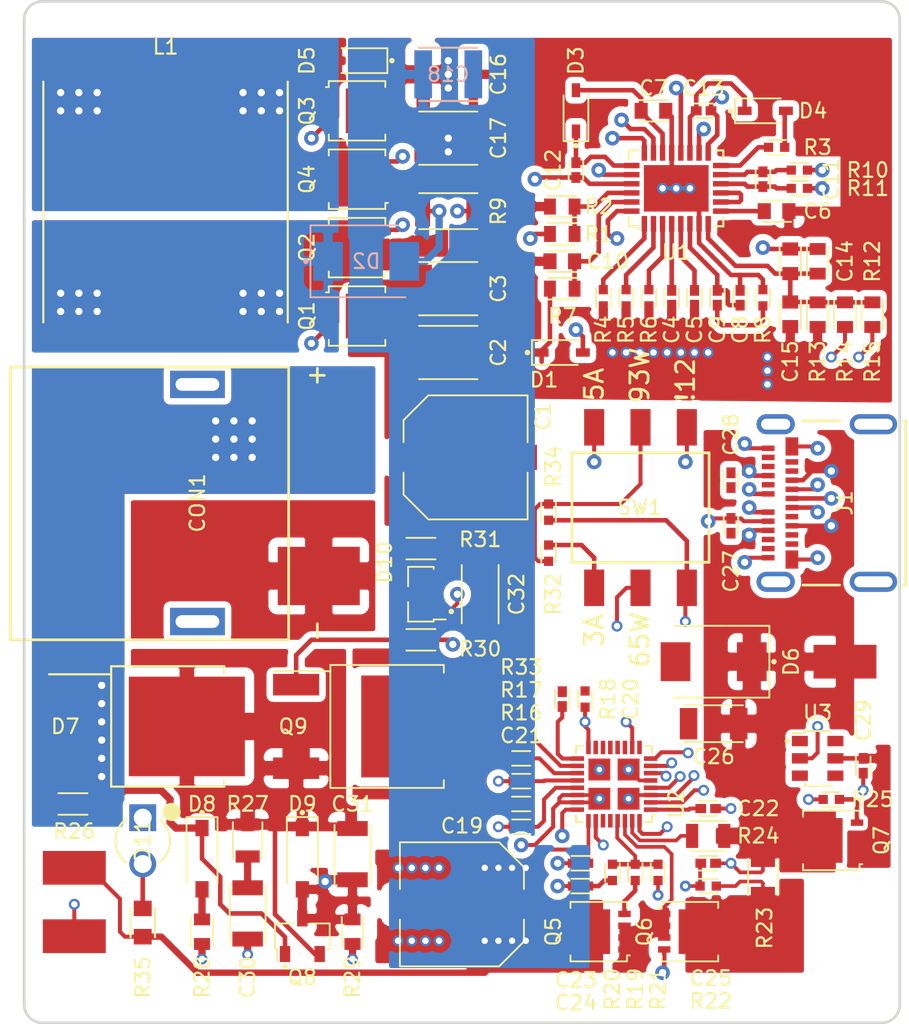
<source format=kicad_pcb>
(kicad_pcb (version 20170123) (host pcbnew "(2017-03-19 revision 2637835a1)-makepkg")
  (layers (0 F.Cu signal) (1 In1.Cu mixed hide) (2 In2.Cu mixed) (31 B.Cu signal) (34 B.Paste user) (35 F.Paste user) (36 B.SilkS user) (37 F.SilkS user) (38 B.Mask user) (39 F.Mask user) (44 Edge.Cuts user))
  (net 0 "")
  (net 1 "Net-(U1-Pad10)")
  (net 2 "Net-(U2-Pad9)")
  (net 3 "Net-(U2-Pad11)")
  (net 4 "Net-(U2-Pad12)")
  (net 5 "Net-(U2-Pad13)")
  (net 6 "Net-(U2-Pad15)")
  (net 7 "Net-(U2-Pad28)")
  (net 8 VIN)
  (net 9 "Net-(C4-Pad1)")
  (net 10 "Net-(C5-Pad1)")
  (net 11 VARIABLE_DC)
  (net 12 "/Power Supply/VCC")
  (net 13 "Net-(C9-Pad2)")
  (net 14 "Net-(C10-Pad2)")
  (net 15 "Net-(C11-Pad2)")
  (net 16 "Net-(C11-Pad1)")
  (net 17 "Net-(C12-Pad1)")
  (net 18 "Net-(C13-Pad1)")
  (net 19 SW2)
  (net 20 FB)
  (net 21 "/USBC Controller/DVDD")
  (net 22 "Net-(C21-Pad1)")
  (net 23 "Net-(C22-Pad1)")
  (net 24 "Net-(C24-Pad1)")
  (net 25 VBUS)
  (net 26 CC1)
  (net 27 CC2)
  (net 28 "Net-(D1-PadC)")
  (net 29 SW1)
  (net 30 RCS)
  (net 31 "Net-(J1-PadA2)")
  (net 32 "Net-(J1-PadA3)")
  (net 33 D+)
  (net 34 "Net-(J1-PadA10)")
  (net 35 "Net-(J1-PadA11)")
  (net 36 "Net-(J1-PadA8)")
  (net 37 D-)
  (net 38 "Net-(J1-PadB11)")
  (net 39 "Net-(J1-PadB10)")
  (net 40 "Net-(J1-PadB8)")
  (net 41 "Net-(J1-PadB3)")
  (net 42 "Net-(J1-PadB2)")
  (net 43 HDRV1)
  (net 44 LDRV1)
  (net 45 HDRV2)
  (net 46 LDRV2)
  (net 47 "Net-(Q5-Pad1)")
  (net 48 GDNS)
  (net 49 "Net-(Q6-Pad1)")
  (net 50 "Net-(Q7-Pad1)")
  (net 51 "Net-(R1-Pad2)")
  (net 52 "Net-(R3-Pad1)")
  (net 53 "Net-(R4-Pad1)")
  (net 54 "Net-(R5-Pad1)")
  (net 55 "Net-(R6-Pad1)")
  (net 56 CTRL1)
  (net 57 CTRL2)
  (net 58 "Net-(R16-Pad2)")
  (net 59 GDNG)
  (net 60 ISNS)
  (net 61 DSCG)
  (net 62 ~UFP)
  (net 63 "Net-(U3-Pad4)")
  (net 64 "Net-(U3-Pad3)")
  (net 65 "Net-(C8-Pad1)")
  (net 66 GND)
  (net 67 G5V)
  (net 68 /Connectors/5V)
  (net 69 "Net-(C30-Pad1)")
  (net 70 "Net-(Q6-Pad3)")
  (net 71 "Net-(C31-Pad1)")
  (net 72 "Net-(C31-Pad2)")
  (net 73 "Net-(C32-Pad2)")
  (net 74 "Net-(D8-PadC)")
  (net 75 "Net-(D8-PadA)")
  (net 76 "Net-(Q9-Pad1)")
  (net 77 /Connectors/RAW_BATT)
  (net 78 "/USBC Controller/PSEL")
  (net 79 "/USBC Controller/HIPWR")
  (net 80 "Net-(R33-Pad2)")
  (net 81 "/USBC Controller/EN12V")
  (net 82 "Net-(U2-Pad27)")
  (net 83 "Net-(D11-PadA)")
  (module Applidyne_Switch:MCEMR-03-T (layer F.Cu) (at 131.25 77.75)
    (fp_text reference SW1 (at 2.5 0 180) (layer F.SilkS) (effects (font (size 0.8 0.8) (thickness 0.12))))
    (fp_text value 2.54mm_3xSPST_SMD)
    (pad 5 smd rect (at 5.08 4.4) (size 1.1 2) (layers F.Cu F.Paste F.Mask) (net 81 "/USBC Controller/EN12V"))
    (pad 6 smd rect (at 5.08 -4.4) (size 1.1 2) (layers F.Cu F.Paste F.Mask) (net 66 GND))
    (pad 4 smd rect (at 2.54 -4.4) (size 1.1 2) (layers F.Cu F.Paste F.Mask) (net 21 "/USBC Controller/DVDD"))
    (pad 3 smd rect (at 2.54 4.4) (size 1.1 2) (layers F.Cu F.Paste F.Mask) (net 78 "/USBC Controller/PSEL"))
    (pad 1 smd rect (at 0 4.4) (size 1.1 2) (layers F.Cu F.Paste F.Mask) (net 79 "/USBC Controller/HIPWR"))
    (pad 2 smd rect (at 0 -4.4) (size 1.1 2) (layers F.Cu F.Paste F.Mask) (net 66 GND))
  )
  (module Applidyne_Capacitor:CAPC1005X60L (layer F.Cu) (at 138.75 76.25 90)
    (fp_text reference C28 (at 2.5 0 90) (layer F.SilkS) (effects (font (size 0.8 0.8) (thickness 0.12))))
    (fp_text value 330PF_X7R_1005M hide)
    (pad 2 smd rect (at 0.405 0 180) (size 0.5 0.59) (layers F.Cu F.Paste F.Mask) (net 66 GND))
    (pad 1 smd rect (at -0.405 0 180) (size 0.5 0.59) (layers F.Cu F.Paste F.Mask) (net 27 CC2))
  )
  (module Applidyne_SOD:SOD2512X110L (layer F.Cu) (at 118.25 53.25 180)
    (fp_text reference D5 (at 2.75 0 270) (layer F.SilkS) (effects (font (size 0.8 0.8) (thickness 0.12))))
    (fp_text value 40V_500mA_SOD323 hide)
    (pad A smd rect (at 1.13 0 270) (size 0.46 0.76) (layers F.Cu F.Paste F.Mask) (net 19 SW2))
    (pad C smd rect (at -1.13 0 270) (size 0.46 0.76) (layers F.Cu F.Paste F.Mask) (net 11 VARIABLE_DC))
  )
  (module Applidyne_SOD:SOD2512X110L (layer F.Cu) (at 129.5 69.25)
    (fp_text reference D1 (at -1 1.5) (layer F.SilkS) (effects (font (size 0.8 0.8) (thickness 0.12))))
    (fp_text value 40V_500mA_SOD323 hide)
    (pad A smd rect (at 1.13 0 90) (size 0.46 0.76) (layers F.Cu F.Paste F.Mask) (net 8 VIN))
    (pad C smd rect (at -1.13 0 90) (size 0.46 0.76) (layers F.Cu F.Paste F.Mask) (net 28 "Net-(D1-PadC)"))
  )
  (module Applidyne_SOD:SOD2512X110L (layer F.Cu) (at 130.25 56 90)
    (fp_text reference D3 (at 2.75 0 90) (layer F.SilkS) (effects (font (size 0.8 0.8) (thickness 0.12))))
    (fp_text value 40V_500mA_SOD323 hide)
    (pad A smd rect (at 1.13 0 180) (size 0.46 0.76) (layers F.Cu F.Paste F.Mask) (net 12 "/Power Supply/VCC"))
    (pad C smd rect (at -1.13 0 180) (size 0.46 0.76) (layers F.Cu F.Paste F.Mask) (net 17 "Net-(C12-Pad1)"))
  )
  (module Applidyne_SOD:SOD2512X110L (layer F.Cu) (at 140.63 56)
    (fp_text reference D4 (at 2.62 0) (layer F.SilkS) (effects (font (size 0.8 0.8) (thickness 0.12))))
    (fp_text value 40V_500mA_SOD323 hide)
    (pad A smd rect (at 1.13 0 90) (size 0.46 0.76) (layers F.Cu F.Paste F.Mask) (net 12 "/Power Supply/VCC"))
    (pad C smd rect (at -1.13 0 90) (size 0.46 0.76) (layers F.Cu F.Paste F.Mask) (net 18 "Net-(C13-Pad1)"))
  )
  (module Applidyne_SOT:SOT95P240X110-3L16L (layer F.Cu) (at 121.75 82.5 90)
    (fp_text reference D10 (at 1.75 -2 90) (layer F.SilkS) (effects (font (size 0.8 0.8) (thickness 0.12))))
    (fp_text value BAV99 hide)
    (pad 3 smd rect (at 0 -0.975 270) (size 0.57 0.88) (layers F.Cu F.Paste F.Mask) (net 72 "Net-(C31-Pad2)"))
    (pad 2 smd rect (at 0.95 0.975 270) (size 0.57 0.88) (layers F.Cu F.Paste F.Mask) (net 73 "Net-(C32-Pad2)"))
    (pad 1 smd rect (at -0.95 0.975 270) (size 0.57 0.88) (layers F.Cu F.Paste F.Mask) (net 66 GND))
  )
  (module Applidyne_SOT:SOT95P240X110-3L16L (layer F.Cu) (at 115.25 101.25)
    (fp_text reference Q8 (at 0 2.25) (layer F.SilkS) (effects (font (size 0.8 0.8) (thickness 0.12))))
    (fp_text value BC857B hide)
    (pad 3 smd rect (at 0 -0.975 180) (size 0.57 0.88) (layers F.Cu F.Paste F.Mask) (net 72 "Net-(C31-Pad2)"))
    (pad 2 smd rect (at 0.95 0.975 180) (size 0.57 0.88) (layers F.Cu F.Paste F.Mask) (net 71 "Net-(C31-Pad1)"))
    (pad 1 smd rect (at -0.95 0.975 180) (size 0.57 0.88) (layers F.Cu F.Paste F.Mask) (net 74 "Net-(D8-PadC)"))
  )
  (module Applidyne_SOD:SODFL5436X262L (layer B.Cu) (at 118.75 64.25)
    (fp_text reference D2 (at 0 0) (layer B.SilkS) (effects (font (size 0.8 0.8) (thickness 0.12)) (justify mirror)))
    (fp_text value CD214B-B250LF hide)
    (pad A smd rect (at 2.09 0 180) (size 1.63 2.13) (layers B.Cu B.Paste B.Mask) (net 30 RCS))
    (pad C smd rect (at -2.09 0 180) (size 1.63 2.13) (layers B.Cu B.Paste B.Mask) (net 29 SW1))
  )
  (module Applidyne_SOD:SODFL5436X262L (layer F.Cu) (at 137.8 86.2 180)
    (fp_text reference D6 (at -4.25 0 270) (layer F.SilkS) (effects (font (size 0.8 0.8) (thickness 0.12))))
    (fp_text value SSB44-E3/52T_DO214AA hide)
    (pad A smd rect (at 2.09 0) (size 1.63 2.13) (layers F.Cu F.Paste F.Mask) (net 66 GND))
    (pad C smd rect (at -2.09 0) (size 1.63 2.13) (layers F.Cu F.Paste F.Mask) (net 25 VBUS))
  )
  (module Applidyne_SOD:SOD3715X145L (layer F.Cu) (at 109.75 97 270)
    (fp_text reference D8 (at -3 0 180) (layer F.SilkS) (effects (font (size 0.8 0.8) (thickness 0.12))))
    (fp_text value 33V_500mW_SOD123 hide)
    (pad A smd rect (at 1.68 0) (size 0.72 0.9) (layers F.Cu F.Paste F.Mask) (net 75 "Net-(D8-PadA)"))
    (pad C smd rect (at -1.68 0) (size 0.72 0.9) (layers F.Cu F.Paste F.Mask) (net 74 "Net-(D8-PadC)"))
  )
  (module Applidyne_SOD:SOD3715X145L (layer F.Cu) (at 115.25 97 270)
    (fp_text reference D9 (at -3 0 180) (layer F.SilkS) (effects (font (size 0.8 0.8) (thickness 0.12))))
    (fp_text value 33V_500mW_SOD123 hide)
    (pad A smd rect (at 1.68 0) (size 0.72 0.9) (layers F.Cu F.Paste F.Mask) (net 72 "Net-(C31-Pad2)"))
    (pad C smd rect (at -1.68 0) (size 0.72 0.9) (layers F.Cu F.Paste F.Mask) (net 71 "Net-(C31-Pad1)"))
  )
  (module Applidyne_Resistor:RESC2012X50L (layer F.Cu) (at 140.5 98 270)
    (fp_text reference R23 (at 2.8 -0.1 270) (layer F.SilkS) (effects (font (size 0.8 0.8) (thickness 0.12))))
    (fp_text value 0.005R_2012M hide)
    (pad 2 smd rect (at 0.88 0 90) (size 0.67 1.32) (layers F.Cu F.Paste F.Mask) (net 70 "Net-(Q6-Pad3)"))
    (pad 1 smd rect (at -0.88 0 90) (size 0.67 1.32) (layers F.Cu F.Paste F.Mask) (net 25 VBUS))
  )
  (module Applidyne_Resistor:RESC2012X50L (layer F.Cu) (at 137.5 95.75 180)
    (fp_text reference R24 (at -2.75 0 180) (layer F.SilkS) (effects (font (size 0.8 0.8) (thickness 0.12))))
    (fp_text value 120R_2012M hide)
    (pad 2 smd rect (at 0.88 0) (size 0.67 1.32) (layers F.Cu F.Paste F.Mask) (net 61 DSCG))
    (pad 1 smd rect (at -0.88 0) (size 0.67 1.32) (layers F.Cu F.Paste F.Mask) (net 25 VBUS))
  )
  (module Applidyne_Resistor:RESC2012X50L (layer F.Cu) (at 112.25 96 270)
    (fp_text reference R27 (at -2 0) (layer F.SilkS) (effects (font (size 0.8 0.8) (thickness 0.12))))
    (fp_text value 10R_2012M hide)
    (pad 2 smd rect (at 0.88 0 90) (size 0.67 1.32) (layers F.Cu F.Paste F.Mask) (net 69 "Net-(C30-Pad1)"))
    (pad 1 smd rect (at -0.88 0 90) (size 0.67 1.32) (layers F.Cu F.Paste F.Mask) (net 71 "Net-(C31-Pad1)"))
  )
  (module Applidyne_Resistor:RESC3216X60L (layer F.Cu) (at 123.25 61.5 180)
    (fp_text reference R9 (at -2.75 0 270) (layer F.SilkS) (effects (font (size 0.8 0.8) (thickness 0.12))))
    (fp_text value 0.01R_3216M hide)
    (pad 2 smd rect (at 1.405 0) (size 0.82 1.67) (layers F.Cu F.Paste F.Mask) (net 30 RCS))
    (pad 1 smd rect (at -1.405 0) (size 0.82 1.67) (layers F.Cu F.Paste F.Mask) (net 66 GND))
  )
  (module Applidyne_Resistor:RESC3216X60L (layer F.Cu) (at 112.25 100 270)
    (fp_text reference C30 (at 3.5 0 270) (layer F.SilkS) (effects (font (size 0.8 0.8) (thickness 0.12))))
    (fp_text value 1UF_X7R_3216M hide)
    (pad 2 smd rect (at 1.405 0 90) (size 0.82 1.67) (layers F.Cu F.Paste F.Mask) (net 66 GND))
    (pad 1 smd rect (at -1.405 0 90) (size 0.82 1.67) (layers F.Cu F.Paste F.Mask) (net 69 "Net-(C30-Pad1)"))
  )
  (module Applidyne_Resistor:RESC3216X60L (layer F.Cu) (at 118 96.75 270)
    (fp_text reference C31 (at -2.75 0 180) (layer F.SilkS) (effects (font (size 0.8 0.8) (thickness 0.12))))
    (fp_text value 1UF_X7R_3216M hide)
    (pad 2 smd rect (at 1.405 0 90) (size 0.82 1.67) (layers F.Cu F.Paste F.Mask) (net 72 "Net-(C31-Pad2)"))
    (pad 1 smd rect (at -1.405 0 90) (size 0.82 1.67) (layers F.Cu F.Paste F.Mask) (net 71 "Net-(C31-Pad1)"))
  )
  (module Applidyne_Resistor:RESC1608X50L (layer F.Cu) (at 129.5 62.75)
    (fp_text reference R1 (at 2 0) (layer F.SilkS) (effects (font (size 0.8 0.8) (thickness 0.12))))
    (fp_text value 249K_1608M hide)
    (pad 2 smd rect (at 0.675 0 180) (size 0.65 0.88) (layers F.Cu F.Paste F.Mask) (net 51 "Net-(R1-Pad2)"))
    (pad 1 smd rect (at -0.675 0 180) (size 0.65 0.88) (layers F.Cu F.Paste F.Mask) (net 8 VIN))
  )
  (module Applidyne_Resistor:RESC1608X50L (layer F.Cu) (at 129.5 61.25 180)
    (fp_text reference R2 (at -2 0 180) (layer F.SilkS) (effects (font (size 0.8 0.8) (thickness 0.12))))
    (fp_text value 41K2_1608M hide)
    (pad 2 smd rect (at 0.675 0) (size 0.65 0.88) (layers F.Cu F.Paste F.Mask) (net 66 GND))
    (pad 1 smd rect (at -0.675 0) (size 0.65 0.88) (layers F.Cu F.Paste F.Mask) (net 51 "Net-(R1-Pad2)"))
  )
  (module Applidyne_Resistor:RESC1608X50L (layer F.Cu) (at 129.5 65.75)
    (fp_text reference R7 (at 0 1.5) (layer F.SilkS) (effects (font (size 0.8 0.8) (thickness 0.12))))
    (fp_text value 10R_1608M hide)
    (pad 2 smd rect (at 0.675 0 180) (size 0.65 0.88) (layers F.Cu F.Paste F.Mask) (net 14 "Net-(C10-Pad2)"))
    (pad 1 smd rect (at -0.675 0 180) (size 0.65 0.88) (layers F.Cu F.Paste F.Mask) (net 28 "Net-(D1-PadC)"))
  )
  (module Applidyne_Resistor:RESC1608X50L (layer F.Cu) (at 143.5 64.25 270)
    (fp_text reference R12 (at 0 -3 270) (layer F.SilkS) (effects (font (size 0.8 0.8) (thickness 0.12))))
    (fp_text value 49K9_1608M hide)
    (pad 2 smd rect (at 0.675 0 90) (size 0.65 0.88) (layers F.Cu F.Paste F.Mask) (net 20 FB))
    (pad 1 smd rect (at -0.675 0 90) (size 0.65 0.88) (layers F.Cu F.Paste F.Mask) (net 11 VARIABLE_DC))
  )
  (module Applidyne_Resistor:RESC1608X50L (layer F.Cu) (at 143.5 67.175 270)
    (fp_text reference R13 (at 2.575 0 270) (layer F.SilkS) (effects (font (size 0.8 0.8) (thickness 0.12))))
    (fp_text value 9K53_1608M hide)
    (pad 2 smd rect (at 0.675 0 90) (size 0.65 0.88) (layers F.Cu F.Paste F.Mask) (net 66 GND))
    (pad 1 smd rect (at -0.675 0 90) (size 0.65 0.88) (layers F.Cu F.Paste F.Mask) (net 20 FB))
  )
  (module Applidyne_Resistor:RESC1608X50L (layer F.Cu) (at 145 67.175 270)
    (fp_text reference R14 (at 2.575 0 270) (layer F.SilkS) (effects (font (size 0.8 0.8) (thickness 0.12))))
    (fp_text value 4K99_1608M hide)
    (pad 2 smd rect (at 0.675 0 90) (size 0.65 0.88) (layers F.Cu F.Paste F.Mask) (net 56 CTRL1))
    (pad 1 smd rect (at -0.675 0 90) (size 0.65 0.88) (layers F.Cu F.Paste F.Mask) (net 20 FB))
  )
  (module Applidyne_Resistor:RESC1608X50L (layer F.Cu) (at 146.5 67.175 270)
    (fp_text reference R15 (at 2.575 0 270) (layer F.SilkS) (effects (font (size 0.8 0.8) (thickness 0.12))))
    (fp_text value 5K76_1608M hide)
    (pad 2 smd rect (at 0.675 0 90) (size 0.65 0.88) (layers F.Cu F.Paste F.Mask) (net 57 CTRL2))
    (pad 1 smd rect (at -0.675 0 90) (size 0.65 0.88) (layers F.Cu F.Paste F.Mask) (net 20 FB))
  )
  (module Applidyne_Resistor:RESC1608X50L (layer F.Cu) (at 102.675 94 180)
    (fp_text reference R26 (at -0.075 -1.5 180) (layer F.SilkS) (effects (font (size 0.8 0.8) (thickness 0.12))))
    (fp_text value 100K_1608M hide)
    (pad 2 smd rect (at 0.675 0) (size 0.65 0.88) (layers F.Cu F.Paste F.Mask) (net 77 /Connectors/RAW_BATT))
    (pad 1 smd rect (at -0.675 0) (size 0.65 0.88) (layers F.Cu F.Paste F.Mask) (net 74 "Net-(D8-PadC)"))
  )
  (module Applidyne_Resistor:RESC1608X50L (layer F.Cu) (at 109.75 101 270)
    (fp_text reference R28 (at 2.5 0 270) (layer F.SilkS) (effects (font (size 0.8 0.8) (thickness 0.12))))
    (fp_text value 22K_1608M hide)
    (pad 2 smd rect (at 0.675 0 90) (size 0.65 0.88) (layers F.Cu F.Paste F.Mask) (net 66 GND))
    (pad 1 smd rect (at -0.675 0 90) (size 0.65 0.88) (layers F.Cu F.Paste F.Mask) (net 75 "Net-(D8-PadA)"))
  )
  (module Applidyne_Resistor:RESC1608X50L (layer F.Cu) (at 118 101 270)
    (fp_text reference R29 (at 2.5 0 270) (layer F.SilkS) (effects (font (size 0.8 0.8) (thickness 0.12))))
    (fp_text value 332K_1608M hide)
    (pad 2 smd rect (at 0.675 0 90) (size 0.65 0.88) (layers F.Cu F.Paste F.Mask) (net 66 GND))
    (pad 1 smd rect (at -0.675 0 90) (size 0.65 0.88) (layers F.Cu F.Paste F.Mask) (net 72 "Net-(C31-Pad2)"))
  )
  (module Applidyne_Resistor:RESC1608X50L (layer F.Cu) (at 121.75 80 180)
    (fp_text reference R31 (at -3.25 0.5 180) (layer F.SilkS) (effects (font (size 0.8 0.8) (thickness 0.12))))
    (fp_text value 10K0_1608M hide)
    (pad 2 smd rect (at 0.675 0) (size 0.65 0.88) (layers F.Cu F.Paste F.Mask) (net 72 "Net-(C31-Pad2)"))
    (pad 1 smd rect (at -0.675 0) (size 0.65 0.88) (layers F.Cu F.Paste F.Mask) (net 73 "Net-(C32-Pad2)"))
  )
  (module Applidyne_Resistor:RESC1608X50L (layer F.Cu) (at 121.75 85)
    (fp_text reference R30 (at 3.25 0.5) (layer F.SilkS) (effects (font (size 0.8 0.8) (thickness 0.12))))
    (fp_text value 10R_1608M hide)
    (pad 2 smd rect (at 0.675 0 180) (size 0.65 0.88) (layers F.Cu F.Paste F.Mask) (net 72 "Net-(C31-Pad2)"))
    (pad 1 smd rect (at -0.675 0 180) (size 0.65 0.88) (layers F.Cu F.Paste F.Mask) (net 76 "Net-(Q9-Pad1)"))
  )
  (module Applidyne_Resistor:RESC1005X40L (layer F.Cu) (at 127.25 94)
    (fp_text reference R16 (at 0 -5) (layer F.SilkS) (effects (font (size 0.8 0.8) (thickness 0.12))))
    (fp_text value 1M_1005M hide)
    (pad 2 smd rect (at 0.445 0 90) (size 0.5 0.51) (layers F.Cu F.Paste F.Mask) (net 58 "Net-(R16-Pad2)"))
    (pad 1 smd rect (at -0.445 0 90) (size 0.5 0.51) (layers F.Cu F.Paste F.Mask) (net 11 VARIABLE_DC))
  )
  (module Applidyne_Resistor:RESC1005X40L (layer F.Cu) (at 127.25 92.75 180)
    (fp_text reference R17 (at 0 5 180) (layer F.SilkS) (effects (font (size 0.8 0.8) (thickness 0.12))))
    (fp_text value 680K_1005M hide)
    (pad 1 smd rect (at -0.445 0 270) (size 0.5 0.51) (layers F.Cu F.Paste F.Mask) (net 58 "Net-(R16-Pad2)"))
    (pad 2 smd rect (at 0.445 0 270) (size 0.5 0.51) (layers F.Cu F.Paste F.Mask) (net 66 GND))
  )
  (module Applidyne_Resistor:RESC1005X40L (layer F.Cu) (at 130.75 88.25 270)
    (fp_text reference R18 (at 0 -1.25 270) (layer F.SilkS) (effects (font (size 0.8 0.8) (thickness 0.12))))
    (fp_text value 100K_1005M hide)
    (pad 1 smd rect (at -0.445 0) (size 0.5 0.51) (layers F.Cu F.Paste F.Mask) (net 66 GND))
    (pad 2 smd rect (at 0.445 0) (size 0.5 0.51) (layers F.Cu F.Paste F.Mask) (net 78 "/USBC Controller/PSEL"))
  )
  (module Applidyne_Resistor:RESC1005X40L (layer F.Cu) (at 133.5 97.75 90)
    (fp_text reference R19 (at -6.4 0 90) (layer F.SilkS) (effects (font (size 0.8 0.8) (thickness 0.12))))
    (fp_text value 10R_1005M hide)
    (pad 2 smd rect (at 0.445 0 180) (size 0.5 0.51) (layers F.Cu F.Paste F.Mask) (net 59 GDNG))
    (pad 1 smd rect (at -0.445 0 180) (size 0.5 0.51) (layers F.Cu F.Paste F.Mask) (net 47 "Net-(Q5-Pad1)"))
  )
  (module Applidyne_Resistor:RESC1005X40L (layer F.Cu) (at 132.25 97.75 270)
    (fp_text reference R20 (at 6.4 0 270) (layer F.SilkS) (effects (font (size 0.8 0.8) (thickness 0.12))))
    (fp_text value 1K_1005M hide)
    (pad 2 smd rect (at 0.445 0) (size 0.5 0.51) (layers F.Cu F.Paste F.Mask) (net 24 "Net-(C24-Pad1)"))
    (pad 1 smd rect (at -0.445 0) (size 0.5 0.51) (layers F.Cu F.Paste F.Mask) (net 59 GDNG))
  )
  (module Applidyne_Resistor:RESC1005X40L (layer F.Cu) (at 134.75 97.75 90)
    (fp_text reference R21 (at -6.4 0 90) (layer F.SilkS) (effects (font (size 0.8 0.8) (thickness 0.12))))
    (fp_text value 10R_1005M hide)
    (pad 2 smd rect (at 0.445 0 180) (size 0.5 0.51) (layers F.Cu F.Paste F.Mask) (net 59 GDNG))
    (pad 1 smd rect (at -0.445 0 180) (size 0.5 0.51) (layers F.Cu F.Paste F.Mask) (net 49 "Net-(Q6-Pad1)"))
  )
  (module Applidyne_Resistor:RESC1005X40L (layer F.Cu) (at 141.25 58)
    (fp_text reference R3 (at 2.25 0) (layer F.SilkS) (effects (font (size 0.8 0.8) (thickness 0.12))))
    (fp_text value 10K_1005M hide)
    (pad 2 smd rect (at 0.445 0 90) (size 0.5 0.51) (layers F.Cu F.Paste F.Mask) (net 12 "/Power Supply/VCC"))
    (pad 1 smd rect (at -0.445 0 90) (size 0.5 0.51) (layers F.Cu F.Paste F.Mask) (net 52 "Net-(R3-Pad1)"))
  )
  (module Applidyne_Resistor:RESC1005X40L (layer F.Cu) (at 142.5 59.25 180)
    (fp_text reference R10 (at -3.75 0 180) (layer F.SilkS) (effects (font (size 0.8 0.8) (thickness 0.12))))
    (fp_text value 100R_1005M hide)
    (pad 2 smd rect (at 0.445 0 270) (size 0.5 0.51) (layers F.Cu F.Paste F.Mask) (net 16 "Net-(C11-Pad1)"))
    (pad 1 smd rect (at -0.445 0 270) (size 0.5 0.51) (layers F.Cu F.Paste F.Mask) (net 30 RCS))
  )
  (module Applidyne_Resistor:RESC1005X40L (layer F.Cu) (at 142.5 60.25 180)
    (fp_text reference R11 (at -3.75 0 180) (layer F.SilkS) (effects (font (size 0.8 0.8) (thickness 0.12))))
    (fp_text value 100R_1005M hide)
    (pad 2 smd rect (at 0.445 0 270) (size 0.5 0.51) (layers F.Cu F.Paste F.Mask) (net 15 "Net-(C11-Pad2)"))
    (pad 1 smd rect (at -0.445 0 270) (size 0.5 0.51) (layers F.Cu F.Paste F.Mask) (net 66 GND))
  )
  (module Applidyne_Resistor:RESC1005X40L (layer F.Cu) (at 137.5 98.5 180)
    (fp_text reference R22 (at -0.15 -6.3 180) (layer F.SilkS) (effects (font (size 0.8 0.8) (thickness 0.12))))
    (fp_text value 10R_1005M hide)
    (pad 2 smd rect (at 0.445 0 270) (size 0.5 0.51) (layers F.Cu F.Paste F.Mask) (net 60 ISNS))
    (pad 1 smd rect (at -0.445 0 270) (size 0.5 0.51) (layers F.Cu F.Paste F.Mask) (net 70 "Net-(Q6-Pad3)"))
  )
  (module Applidyne_Resistor:RESC1005X40L (layer F.Cu) (at 131.75 66.25 270)
    (fp_text reference R4 (at 1.75 0 270) (layer F.SilkS) (effects (font (size 0.8 0.8) (thickness 0.12))))
    (fp_text value 93K1_1005M hide)
    (pad 2 smd rect (at 0.445 0) (size 0.5 0.51) (layers F.Cu F.Paste F.Mask) (net 66 GND))
    (pad 1 smd rect (at -0.445 0) (size 0.5 0.51) (layers F.Cu F.Paste F.Mask) (net 53 "Net-(R4-Pad1)"))
  )
  (module Applidyne_Resistor:RESC1005X40L (layer F.Cu) (at 133 66.25 270)
    (fp_text reference R5 (at 1.75 0 270) (layer F.SilkS) (effects (font (size 0.8 0.8) (thickness 0.12))))
    (fp_text value 0R_1005M hide)
    (pad 2 smd rect (at 0.445 0) (size 0.5 0.51) (layers F.Cu F.Paste F.Mask) (net 66 GND))
    (pad 1 smd rect (at -0.445 0) (size 0.5 0.51) (layers F.Cu F.Paste F.Mask) (net 54 "Net-(R5-Pad1)"))
  )
  (module Applidyne_Resistor:RESC1005X40L (layer F.Cu) (at 134.25 66.25 270)
    (fp_text reference R6 (at 1.75 0 270) (layer F.SilkS) (effects (font (size 0.8 0.8) (thickness 0.12))))
    (fp_text value 84K5_1005M hide)
    (pad 2 smd rect (at 0.445 0) (size 0.5 0.51) (layers F.Cu F.Paste F.Mask) (net 66 GND))
    (pad 1 smd rect (at -0.445 0) (size 0.5 0.51) (layers F.Cu F.Paste F.Mask) (net 55 "Net-(R6-Pad1)"))
  )
  (module Applidyne_Resistor:RESC1005X40L (layer F.Cu) (at 140.5 66.25 90)
    (fp_text reference R8 (at -1.75 0 90) (layer F.SilkS) (effects (font (size 0.8 0.8) (thickness 0.12))))
    (fp_text value 10K_1005M hide)
    (pad 2 smd rect (at 0.445 0 180) (size 0.5 0.51) (layers F.Cu F.Paste F.Mask) (net 66 GND))
    (pad 1 smd rect (at -0.445 0 180) (size 0.5 0.51) (layers F.Cu F.Paste F.Mask) (net 13 "Net-(C9-Pad2)"))
  )
  (module Applidyne_Resistor:RESC1005X40L (layer F.Cu) (at 144.25 93.75 180)
    (fp_text reference R25 (at -2.25 0 180) (layer F.SilkS) (effects (font (size 0.8 0.8) (thickness 0.12))))
    (fp_text value 10R_1005M hide)
    (pad 2 smd rect (at 0.445 0 270) (size 0.5 0.51) (layers F.Cu F.Paste F.Mask) (net 67 G5V))
    (pad 1 smd rect (at -0.445 0 270) (size 0.5 0.51) (layers F.Cu F.Paste F.Mask) (net 50 "Net-(Q7-Pad1)"))
  )
  (module Applidyne_Capacitor:CAPC3216X135L (layer F.Cu) (at 125 82.5 90)
    (fp_text reference C32 (at 0 2 90) (layer F.SilkS) (effects (font (size 0.8 0.8) (thickness 0.12))))
    (fp_text value 100NF_X7R_3216M hide)
    (pad 2 smd rect (at 1.375 0 270) (size 0.96 1.72) (layers F.Cu F.Paste F.Mask) (net 73 "Net-(C32-Pad2)"))
    (pad 1 smd rect (at -1.375 0 270) (size 0.96 1.72) (layers F.Cu F.Paste F.Mask) (net 8 VIN))
  )
  (module Applidyne_Capacitor:CAPC3225X170L (layer F.Cu) (at 123.25 69.25)
    (fp_text reference C2 (at 2.75 0 90) (layer F.SilkS) (effects (font (size 0.8 0.8) (thickness 0.12))))
    (fp_text value 10UF_X7S_3225M hide)
    (pad 2 smd rect (at 1.375 0 180) (size 0.96 2.62) (layers F.Cu F.Paste F.Mask) (net 66 GND))
    (pad 1 smd rect (at -1.375 0 180) (size 0.96 2.62) (layers F.Cu F.Paste F.Mask) (net 8 VIN))
  )
  (module Applidyne_Capacitor:CAPC3225X170L (layer F.Cu) (at 123.25 65.75)
    (fp_text reference C3 (at 2.75 0 90) (layer F.SilkS) (effects (font (size 0.8 0.8) (thickness 0.12))))
    (fp_text value 10UF_X7S_3225M hide)
    (pad 2 smd rect (at 1.375 0 180) (size 0.96 2.62) (layers F.Cu F.Paste F.Mask) (net 66 GND))
    (pad 1 smd rect (at -1.375 0 180) (size 0.96 2.62) (layers F.Cu F.Paste F.Mask) (net 8 VIN))
  )
  (module Applidyne_Capacitor:CAPC3225X170L (layer F.Cu) (at 123.25 54)
    (fp_text reference C16 (at 2.75 0 90) (layer F.SilkS) (effects (font (size 0.8 0.8) (thickness 0.12))))
    (fp_text value 22UF_X7R_3225M hide)
    (pad 2 smd rect (at 1.375 0 180) (size 0.96 2.62) (layers F.Cu F.Paste F.Mask) (net 66 GND))
    (pad 1 smd rect (at -1.375 0 180) (size 0.96 2.62) (layers F.Cu F.Paste F.Mask) (net 11 VARIABLE_DC))
  )
  (module Applidyne_Capacitor:CAPC3225X170L (layer F.Cu) (at 123.25 57.5)
    (fp_text reference C17 (at 2.75 0 90) (layer F.SilkS) (effects (font (size 0.8 0.8) (thickness 0.12))))
    (fp_text value 22UF_X7R_3225M hide)
    (pad 2 smd rect (at 1.375 0 180) (size 0.96 2.62) (layers F.Cu F.Paste F.Mask) (net 66 GND))
    (pad 1 smd rect (at -1.375 0 180) (size 0.96 2.62) (layers F.Cu F.Paste F.Mask) (net 11 VARIABLE_DC))
  )
  (module Applidyne_Capacitor:CAPC3225X170L (layer B.Cu) (at 123.25 54)
    (fp_text reference C18 (at 0 0) (layer B.SilkS) (effects (font (size 0.8 0.8) (thickness 0.12)) (justify mirror)))
    (fp_text value 22UF_X7R_3225M hide)
    (pad 2 smd rect (at 1.375 0 180) (size 0.96 2.62) (layers B.Cu B.Paste B.Mask) (net 66 GND))
    (pad 1 smd rect (at -1.375 0 180) (size 0.96 2.62) (layers B.Cu B.Paste B.Mask) (net 11 VARIABLE_DC))
  )
  (module Applidyne_Capacitor:CAPC1608X90L (layer F.Cu) (at 141.25 61.5)
    (fp_text reference C6 (at 2.25 0) (layer F.SilkS) (effects (font (size 0.8 0.8) (thickness 0.12))))
    (fp_text value 1UF_X7R_1608M hide)
    (pad 2 smd rect (at 0.675 0 180) (size 0.72 0.87) (layers F.Cu F.Paste F.Mask) (net 66 GND))
    (pad 1 smd rect (at -0.675 0 180) (size 0.72 0.87) (layers F.Cu F.Paste F.Mask) (net 11 VARIABLE_DC))
  )
  (module Applidyne_Capacitor:CAPC1608X90L (layer F.Cu) (at 134.5 56)
    (fp_text reference C7 (at 0 -1.25) (layer F.SilkS) (effects (font (size 0.8 0.8) (thickness 0.12))))
    (fp_text value 1UF_X7R_1608M hide)
    (pad 2 smd rect (at 0.675 0 180) (size 0.72 0.87) (layers F.Cu F.Paste F.Mask) (net 66 GND))
    (pad 1 smd rect (at -0.675 0 180) (size 0.72 0.87) (layers F.Cu F.Paste F.Mask) (net 12 "/Power Supply/VCC"))
  )
  (module Applidyne_Capacitor:CAPC1608X90L (layer F.Cu) (at 129.5 64.25)
    (fp_text reference C10 (at 2.5 0) (layer F.SilkS) (effects (font (size 0.8 0.8) (thickness 0.12))))
    (fp_text value 100NF_X7R_1608M hide)
    (pad 2 smd rect (at 0.675 0 180) (size 0.72 0.87) (layers F.Cu F.Paste F.Mask) (net 14 "Net-(C10-Pad2)"))
    (pad 1 smd rect (at -0.675 0 180) (size 0.72 0.87) (layers F.Cu F.Paste F.Mask) (net 66 GND))
  )
  (module Applidyne_Capacitor:CAPC1608X90L (layer F.Cu) (at 142 64.25 270)
    (fp_text reference C14 (at 0 -3 270) (layer F.SilkS) (effects (font (size 0.8 0.8) (thickness 0.12))))
    (fp_text value 22NF_X7R_1608M hide)
    (pad 2 smd rect (at 0.675 0 90) (size 0.72 0.87) (layers F.Cu F.Paste F.Mask) (net 20 FB))
    (pad 1 smd rect (at -0.675 0 90) (size 0.72 0.87) (layers F.Cu F.Paste F.Mask) (net 11 VARIABLE_DC))
  )
  (module Applidyne_Capacitor:CAPC1608X90L (layer F.Cu) (at 142 67.155 270)
    (fp_text reference C15 (at 2.595 0 270) (layer F.SilkS) (effects (font (size 0.8 0.8) (thickness 0.12))))
    (fp_text value 100NF_X7R_1608M hide)
    (pad 2 smd rect (at 0.675 0 90) (size 0.72 0.87) (layers F.Cu F.Paste F.Mask) (net 66 GND))
    (pad 1 smd rect (at -0.675 0 90) (size 0.72 0.87) (layers F.Cu F.Paste F.Mask) (net 20 FB))
  )
  (module Applidyne_Capacitor:CAPC1005X60L (layer F.Cu) (at 140.5 59.75 270)
    (fp_text reference C11 (at 0 -3.75 270) (layer F.SilkS) (effects (font (size 0.8 0.8) (thickness 0.12))))
    (fp_text value 47PF_X7R_1005M hide)
    (pad 2 smd rect (at 0.405 0) (size 0.5 0.59) (layers F.Cu F.Paste F.Mask) (net 15 "Net-(C11-Pad2)"))
    (pad 1 smd rect (at -0.405 0) (size 0.5 0.59) (layers F.Cu F.Paste F.Mask) (net 16 "Net-(C11-Pad1)"))
  )
  (module Applidyne_Capacitor:CAPC1005X60L (layer F.Cu) (at 127.25 95.25 180)
    (fp_text reference C21 (at 0 5 180) (layer F.SilkS) (effects (font (size 0.8 0.8) (thickness 0.12))))
    (fp_text value 100NF_X7R_1005M hide)
    (pad 2 smd rect (at 0.405 0 270) (size 0.5 0.59) (layers F.Cu F.Paste F.Mask) (net 66 GND))
    (pad 1 smd rect (at -0.405 0 270) (size 0.5 0.59) (layers F.Cu F.Paste F.Mask) (net 22 "Net-(C21-Pad1)"))
  )
  (module Applidyne_Capacitor:CAPC1005X60L (layer F.Cu) (at 137.5 94.25)
    (fp_text reference C22 (at 2.75 0) (layer F.SilkS) (effects (font (size 0.8 0.8) (thickness 0.12))))
    (fp_text value 100NF_X7R_1005M hide)
    (pad 1 smd rect (at -0.405 0 90) (size 0.5 0.59) (layers F.Cu F.Paste F.Mask) (net 23 "Net-(C22-Pad1)"))
    (pad 2 smd rect (at 0.405 0 90) (size 0.5 0.59) (layers F.Cu F.Paste F.Mask) (net 66 GND))
  )
  (module Applidyne_Capacitor:CAPC1005X60L (layer F.Cu) (at 130.5 97.25 180)
    (fp_text reference C23 (at 0.25 -6.4 180) (layer F.SilkS) (effects (font (size 0.8 0.8) (thickness 0.12))))
    (fp_text value 100NF_X7R_1005M hide)
    (pad 2 smd rect (at 0.405 0 270) (size 0.5 0.59) (layers F.Cu F.Paste F.Mask) (net 66 GND))
    (pad 1 smd rect (at -0.405 0 270) (size 0.5 0.59) (layers F.Cu F.Paste F.Mask) (net 11 VARIABLE_DC))
  )
  (module Applidyne_Capacitor:CAPC1005X60L (layer F.Cu) (at 130.5 98.5 180)
    (fp_text reference C24 (at 0.25 -6.4 180) (layer F.SilkS) (effects (font (size 0.8 0.8) (thickness 0.12))))
    (fp_text value 10NF_X7R_1005M hide)
    (pad 2 smd rect (at 0.405 0 270) (size 0.5 0.59) (layers F.Cu F.Paste F.Mask) (net 66 GND))
    (pad 1 smd rect (at -0.405 0 270) (size 0.5 0.59) (layers F.Cu F.Paste F.Mask) (net 24 "Net-(C24-Pad1)"))
  )
  (module Applidyne_Capacitor:CAPC1005X60L (layer F.Cu) (at 135.5 66.25 270)
    (fp_text reference C4 (at 1.75 0 270) (layer F.SilkS) (effects (font (size 0.8 0.8) (thickness 0.12))))
    (fp_text value 100PF_C0G_1005M hide)
    (pad 2 smd rect (at 0.405 0) (size 0.5 0.59) (layers F.Cu F.Paste F.Mask) (net 66 GND))
    (pad 1 smd rect (at -0.405 0) (size 0.5 0.59) (layers F.Cu F.Paste F.Mask) (net 9 "Net-(C4-Pad1)"))
  )
  (module Applidyne_Capacitor:CAPC1005X60L (layer F.Cu) (at 136.75 66.25 270)
    (fp_text reference C5 (at 1.75 0 270) (layer F.SilkS) (effects (font (size 0.8 0.8) (thickness 0.12))))
    (fp_text value 100NF_X7R_1005M hide)
    (pad 2 smd rect (at 0.405 0) (size 0.5 0.59) (layers F.Cu F.Paste F.Mask) (net 66 GND))
    (pad 1 smd rect (at -0.405 0) (size 0.5 0.59) (layers F.Cu F.Paste F.Mask) (net 10 "Net-(C5-Pad1)"))
  )
  (module Applidyne_Capacitor:CAPC1005X60L (layer F.Cu) (at 130.25 59.25 270)
    (fp_text reference C12 (at 0 1.25 270) (layer F.SilkS) (effects (font (size 0.8 0.8) (thickness 0.12))))
    (fp_text value 100NF_X7R_1005M hide)
    (pad 2 smd rect (at 0.405 0) (size 0.5 0.59) (layers F.Cu F.Paste F.Mask) (net 29 SW1))
    (pad 1 smd rect (at -0.405 0) (size 0.5 0.59) (layers F.Cu F.Paste F.Mask) (net 17 "Net-(C12-Pad1)"))
  )
  (module Applidyne_Capacitor:CAPC1005X60L (layer F.Cu) (at 137.25 56)
    (fp_text reference C13 (at 0 -1.25) (layer F.SilkS) (effects (font (size 0.8 0.8) (thickness 0.12))))
    (fp_text value 100NF_X7R_1005M hide)
    (pad 2 smd rect (at 0.405 0 90) (size 0.5 0.59) (layers F.Cu F.Paste F.Mask) (net 19 SW2))
    (pad 1 smd rect (at -0.405 0 90) (size 0.5 0.59) (layers F.Cu F.Paste F.Mask) (net 18 "Net-(C13-Pad1)"))
  )
  (module Applidyne_Capacitor:CAPC1005X60L (layer F.Cu) (at 146 91.905 270)
    (fp_text reference C29 (at -2.5 0 270) (layer F.SilkS) (effects (font (size 0.8 0.8) (thickness 0.12))))
    (fp_text value 100NF_X7R_1005M hide)
    (pad 2 smd rect (at 0.405 0) (size 0.5 0.59) (layers F.Cu F.Paste F.Mask) (net 66 GND))
    (pad 1 smd rect (at -0.405 0) (size 0.5 0.59) (layers F.Cu F.Paste F.Mask) (net 68 /Connectors/5V))
  )
  (module Applidyne_Capacitor:CAPC1005X60L (layer F.Cu) (at 139.25 66.25 90)
    (fp_text reference C8 (at -1.75 0 90) (layer F.SilkS) (effects (font (size 0.8 0.8) (thickness 0.12))))
    (fp_text value 100PF_C0G_1005M hide)
    (pad 2 smd rect (at 0.405 0 180) (size 0.5 0.59) (layers F.Cu F.Paste F.Mask) (net 66 GND))
    (pad 1 smd rect (at -0.405 0 180) (size 0.5 0.59) (layers F.Cu F.Paste F.Mask) (net 65 "Net-(C8-Pad1)"))
  )
  (module Applidyne_Capacitor:CAPC1005X60L (layer F.Cu) (at 138 66.25 270)
    (fp_text reference C9 (at 1.75 0 270) (layer F.SilkS) (effects (font (size 0.8 0.8) (thickness 0.12))))
    (fp_text value 22NF_X7R_1005M hide)
    (pad 2 smd rect (at 0.405 0) (size 0.5 0.59) (layers F.Cu F.Paste F.Mask) (net 13 "Net-(C9-Pad2)"))
    (pad 1 smd rect (at -0.405 0) (size 0.5 0.59) (layers F.Cu F.Paste F.Mask) (net 65 "Net-(C8-Pad1)"))
  )
  (module Applidyne_Capacitor:CAPC1005X60L (layer F.Cu) (at 129.5 88.25 90)
    (fp_text reference C20 (at 0 3.75 90) (layer F.SilkS) (effects (font (size 0.8 0.8) (thickness 0.12))))
    (fp_text value 330NF_X5R_1005M hide)
    (pad 2 smd rect (at 0.405 0 180) (size 0.5 0.59) (layers F.Cu F.Paste F.Mask) (net 66 GND))
    (pad 1 smd rect (at -0.405 0 180) (size 0.5 0.59) (layers F.Cu F.Paste F.Mask) (net 21 "/USBC Controller/DVDD"))
  )
  (module Applidyne_Capacitor:CAPC1005X60L (layer F.Cu) (at 138.75 78.75 270)
    (fp_text reference C27 (at 2.5 0 270) (layer F.SilkS) (effects (font (size 0.8 0.8) (thickness 0.12))))
    (fp_text value 330PF_X7R_1005M hide)
    (pad 2 smd rect (at 0.405 0) (size 0.5 0.59) (layers F.Cu F.Paste F.Mask) (net 66 GND))
    (pad 1 smd rect (at -0.405 0) (size 0.5 0.59) (layers F.Cu F.Paste F.Mask) (net 26 CC1))
  )
  (module Applidyne_Capacitor:CAPC1005X60L (layer F.Cu) (at 137.5 97.25)
    (fp_text reference C25 (at 0.15 6.3) (layer F.SilkS) (effects (font (size 0.8 0.8) (thickness 0.12))))
    (fp_text value 330NF_X5R_1005M hide)
    (pad 2 smd rect (at 0.405 0 90) (size 0.5 0.59) (layers F.Cu F.Paste F.Mask) (net 25 VBUS))
    (pad 1 smd rect (at -0.405 0 90) (size 0.5 0.59) (layers F.Cu F.Paste F.Mask) (net 60 ISNS))
  )
  (module Applidyne_DPAK:TO440P972X240-3N (layer F.Cu) (at 106.7 89.75 270)
    (fp_text reference D7 (at 0 4.45) (layer F.SilkS) (effects (font (size 0.8 0.8) (thickness 0.12))))
    (fp_text value 300V_10A_DPAK hide)
    (pad C smd rect (at 0 -2.22) (size 6.36 5.46) (layers F.Cu F.Paste F.Mask) (net 71 "Net-(C31-Pad1)"))
    (pad A smd rect (at 2.2 4.54) (size 1.73 0.96) (layers F.Cu F.Paste F.Mask) (net 77 /Connectors/RAW_BATT))
    (pad A smd rect (at -2.2 4.54) (size 1.73 0.96) (layers F.Cu F.Paste F.Mask) (net 77 /Connectors/RAW_BATT))
  )
  (module Applidyne_DPAK:DPAK4P229_990X239L159X95L (layer F.Cu) (at 119 89.75 270)
    (fp_text reference Q9 (at 0 4.25) (layer F.SilkS) (effects (font (size 0.8 0.8) (thickness 0.12))))
    (fp_text value IRFR9024NTRPBF)
    (pad 4 smd rect (at 0 -2.42) (size 5.88 5.59) (layers F.Cu F.Paste F.Mask) (net 8 VIN))
    (pad 3 smd rect (at 2.29 4.09) (size 2.53 1.18) (layers F.Cu F.Paste F.Mask) (net 71 "Net-(C31-Pad1)"))
    (pad 1 smd rect (at -2.29 4.09) (size 2.53 1.18) (layers F.Cu F.Paste F.Mask) (net 76 "Net-(Q9-Pad1)"))
  )
  (module Applidyne_USB:MOLEX-105450-0101 (layer F.Cu) (at 141.2 77.5 90)
    (fp_text reference J1 (at 0 3.8 90) (layer F.SilkS) (effects (font (size 0.8 0.8) (thickness 0.12))))
    (fp_text value USB_C_SOCKET_RA_SMD)
    (pad B1 smd rect (at 3.1 0.89 90) (size 1 0.7) (layers F.Cu F.Paste F.Mask) (net 66 GND))
    (pad B2 smd rect (at 2.25 0.89 90) (size 0.3 0.7) (layers F.Cu F.Paste F.Mask) (net 42 "Net-(J1-PadB2)"))
    (pad B3 smd rect (at 1.75 0.89 90) (size 0.3 0.7) (layers F.Cu F.Paste F.Mask) (net 41 "Net-(J1-PadB3)"))
    (pad B4 smd rect (at 1.25 0.89 90) (size 0.3 0.7) (layers F.Cu F.Paste F.Mask) (net 25 VBUS))
    (pad B5 smd rect (at 0.75 0.89 90) (size 0.3 0.7) (layers F.Cu F.Paste F.Mask) (net 27 CC2))
    (pad B6 smd rect (at 0.25 0.89 90) (size 0.3 0.7) (layers F.Cu F.Paste F.Mask) (net 33 D+))
    (pad B7 smd rect (at -0.25 0.89 90) (size 0.3 0.7) (layers F.Cu F.Paste F.Mask) (net 37 D-))
    (pad B8 smd rect (at -0.75 0.89 90) (size 0.3 0.7) (layers F.Cu F.Paste F.Mask) (net 40 "Net-(J1-PadB8)"))
    (pad B9 smd rect (at -1.25 0.89 90) (size 0.3 0.7) (layers F.Cu F.Paste F.Mask) (net 25 VBUS))
    (pad B10 smd rect (at -1.75 0.89 90) (size 0.3 0.7) (layers F.Cu F.Paste F.Mask) (net 39 "Net-(J1-PadB10)"))
    (pad B11 smd rect (at -2.25 0.89 90) (size 0.3 0.7) (layers F.Cu F.Paste F.Mask) (net 38 "Net-(J1-PadB11)"))
    (pad B12 smd rect (at -3.1 0.89 90) (size 1 0.7) (layers F.Cu F.Paste F.Mask) (net 66 GND))
    (pad A7 smd rect (at 0.5 -0.41 90) (size 0.3 0.7) (layers F.Cu F.Paste F.Mask) (net 37 D-))
    (pad A8 smd rect (at 1 -0.41 90) (size 0.3 0.7) (layers F.Cu F.Paste F.Mask) (net 36 "Net-(J1-PadA8)"))
    (pad A12 smd rect (at 3 -0.41 90) (size 0.3 0.7) (layers F.Cu F.Paste F.Mask) (net 66 GND))
    (pad A9 smd rect (at 1.5 -0.41 90) (size 0.3 0.7) (layers F.Cu F.Paste F.Mask) (net 25 VBUS))
    (pad A11 smd rect (at 2.5 -0.41 90) (size 0.3 0.7) (layers F.Cu F.Paste F.Mask) (net 35 "Net-(J1-PadA11)"))
    (pad A10 smd rect (at 2 -0.41 90) (size 0.3 0.7) (layers F.Cu F.Paste F.Mask) (net 34 "Net-(J1-PadA10)"))
    (pad A6 smd rect (at -0.5 -0.41 90) (size 0.3 0.7) (layers F.Cu F.Paste F.Mask) (net 33 D+))
    (pad A5 smd rect (at -1 -0.41 90) (size 0.3 0.7) (layers F.Cu F.Paste F.Mask) (net 26 CC1))
    (pad A4 smd rect (at -1.5 -0.41 90) (size 0.3 0.7) (layers F.Cu F.Paste F.Mask) (net 25 VBUS))
    (pad A3 smd rect (at -2 -0.41 90) (size 0.3 0.7) (layers F.Cu F.Paste F.Mask) (net 32 "Net-(J1-PadA3)"))
    (pad A2 smd rect (at -2.5 -0.41 90) (size 0.3 0.7) (layers F.Cu F.Paste F.Mask) (net 31 "Net-(J1-PadA2)"))
    (pad A1 smd rect (at -3 -0.41 90) (size 0.3 0.7) (layers F.Cu F.Paste F.Mask) (net 66 GND))
    (pad S4 thru_hole oval (at 4.32 5.36 90) (size 1.1 2.6) (drill oval 0.6 2.1) (layers *.Cu *.Mask) (net 66 GND))
    (pad S2 thru_hole oval (at -4.32 5.36 90) (size 1.1 2.6) (drill oval 0.6 2.1) (layers *.Cu *.Mask) (net 66 GND))
    (pad S3 thru_hole oval (at 4.32 0 90) (size 1.1 2.1) (drill oval 0.6 1.6) (layers *.Cu *.Mask) (net 66 GND))
    (pad S1 thru_hole oval (at -4.32 0 90) (size 1.1 2.1) (drill oval 0.6 1.6) (layers *.Cu *.Mask) (net 66 GND))
  )
  (module Applidyne_QFN:QFN50P500X400X100-29T255X355N (layer F.Cu) (at 135.75 60.25)
    (fp_text reference U1 (at 0 3.5) (layer F.SilkS) (effects (font (size 0.8 0.8) (thickness 0.12))))
    (fp_text value LM5175RHF hide)
    (pad 29 smd rect (at 0 0 90) (size 2.55 3.55) (layers F.Cu F.Mask) (net 66 GND))
    (pad 28 smd rect (at -2.445 1.25) (size 0.86 0.3) (layers F.Cu F.Paste F.Mask) (net 8 VIN))
    (pad 27 smd rect (at -2.445 0.75) (size 0.86 0.3) (layers F.Cu F.Paste F.Mask) (net 14 "Net-(C10-Pad2)"))
    (pad 26 smd rect (at -2.445 0.25) (size 0.86 0.3) (layers F.Cu F.Paste F.Mask) (net 51 "Net-(R1-Pad2)"))
    (pad 25 smd rect (at -2.445 -0.25) (size 0.86 0.3) (layers F.Cu F.Paste F.Mask) (net 29 SW1))
    (pad 24 smd rect (at -2.445 -0.75) (size 0.86 0.3) (layers F.Cu F.Paste F.Mask) (net 43 HDRV1))
    (pad 23 smd rect (at -2.445 -1.25) (size 0.86 0.3) (layers F.Cu F.Paste F.Mask) (net 17 "Net-(C12-Pad1)"))
    (pad 22 smd rect (at -1.75 -1.945 90) (size 0.86 0.3) (layers F.Cu F.Paste F.Mask) (net 44 LDRV1))
    (pad 21 smd rect (at -1.25 -1.945 90) (size 0.86 0.3) (layers F.Cu F.Paste F.Mask) (net 11 VARIABLE_DC))
    (pad 20 smd rect (at -0.75 -1.945 90) (size 0.86 0.3) (layers F.Cu F.Paste F.Mask) (net 12 "/Power Supply/VCC"))
    (pad 19 smd rect (at -0.25 -1.945 90) (size 0.86 0.3) (layers F.Cu F.Paste F.Mask) (net 66 GND))
    (pad 18 smd rect (at 0.25 -1.945 90) (size 0.86 0.3) (layers F.Cu F.Paste F.Mask) (net 46 LDRV2))
    (pad 17 smd rect (at 0.75 -1.945 90) (size 0.86 0.3) (layers F.Cu F.Paste F.Mask) (net 18 "Net-(C13-Pad1)"))
    (pad 16 smd rect (at 1.25 -1.945 90) (size 0.86 0.3) (layers F.Cu F.Paste F.Mask) (net 45 HDRV2))
    (pad 15 smd rect (at 1.75 -1.945 90) (size 0.86 0.3) (layers F.Cu F.Paste F.Mask) (net 19 SW2))
    (pad 14 smd rect (at 2.445 -1.25) (size 0.86 0.3) (layers F.Cu F.Paste F.Mask) (net 52 "Net-(R3-Pad1)"))
    (pad 13 smd rect (at 2.445 -0.75) (size 0.86 0.3) (layers F.Cu F.Paste F.Mask) (net 16 "Net-(C11-Pad1)"))
    (pad 12 smd rect (at 2.445 -0.25) (size 0.86 0.3) (layers F.Cu F.Paste F.Mask) (net 15 "Net-(C11-Pad2)"))
    (pad 11 smd rect (at 2.445 0.25) (size 0.86 0.3) (layers F.Cu F.Paste F.Mask) (net 1 "Net-(U1-Pad10)"))
    (pad 10 smd rect (at 2.445 0.75) (size 0.86 0.3) (layers F.Cu F.Paste F.Mask) (net 1 "Net-(U1-Pad10)"))
    (pad 9 smd rect (at 2.445 1.25) (size 0.86 0.3) (layers F.Cu F.Paste F.Mask) (net 11 VARIABLE_DC))
    (pad 8 smd rect (at 1.75 1.945 90) (size 0.86 0.3) (layers F.Cu F.Paste F.Mask) (net 20 FB))
    (pad 7 smd rect (at 1.25 1.945 90) (size 0.86 0.3) (layers F.Cu F.Paste F.Mask) (net 66 GND))
    (pad 6 smd rect (at 0.75 1.945 90) (size 0.86 0.3) (layers F.Cu F.Paste F.Mask) (net 65 "Net-(C8-Pad1)"))
    (pad 5 smd rect (at 0.25 1.945 90) (size 0.86 0.3) (layers F.Cu F.Paste F.Mask) (net 10 "Net-(C5-Pad1)"))
    (pad 4 smd rect (at -0.25 1.945 90) (size 0.86 0.3) (layers F.Cu F.Paste F.Mask) (net 9 "Net-(C4-Pad1)"))
    (pad 3 smd rect (at -0.75 1.945 90) (size 0.86 0.3) (layers F.Cu F.Paste F.Mask) (net 55 "Net-(R6-Pad1)"))
    (pad 2 smd rect (at -1.25 1.945 90) (size 0.86 0.3) (layers F.Cu F.Paste F.Mask) (net 54 "Net-(R5-Pad1)"))
    (pad 1 smd rect (at -1.75 1.945 90) (size 0.86 0.3) (layers F.Cu F.Paste F.Mask) (net 53 "Net-(R4-Pad1)"))
  )
  (module Applidyne_QFN:QFN40P400X400X100-33T280N (layer F.Cu) (at 132.335185 92.911523 90)
    (fp_text reference U2 (at -1.088477 3.414815 270) (layer F.SilkS) (effects (font (size 0.8 0.8) (thickness 0.12))))
    (fp_text value TPS25741 hide)
    (pad 33 smd rect (at -0.8 -0.8 90) (size 1.2 1.2) (layers F.Cu F.Paste F.Mask) (net 66 GND))
    (pad 33 smd rect (at -0.8 0.8 90) (size 1.2 1.2) (layers F.Cu F.Paste F.Mask) (net 66 GND))
    (pad 33 smd rect (at 0.8 -0.8 90) (size 1.2 1.2) (layers F.Cu F.Paste F.Mask) (net 66 GND))
    (pad 33 smd rect (at 0.8 0.8 90) (size 1.2 1.2) (layers F.Cu F.Paste F.Mask) (net 66 GND))
    (pad 32 smd rect (at -2.01 1.4 90) (size 0.74 0.25) (layers F.Cu F.Paste F.Mask) (net 67 G5V))
    (pad 31 smd rect (at -2.01 1 90) (size 0.74 0.25) (layers F.Cu F.Paste F.Mask) (net 61 DSCG))
    (pad 30 smd rect (at -2.01 0.6 90) (size 0.74 0.25) (layers F.Cu F.Paste F.Mask) (net 48 GDNS))
    (pad 29 smd rect (at -2.01 0.2 90) (size 0.74 0.25) (layers F.Cu F.Paste F.Mask) (net 59 GDNG))
    (pad 28 smd rect (at -2.01 -0.2 90) (size 0.74 0.25) (layers F.Cu F.Paste F.Mask) (net 7 "Net-(U2-Pad28)"))
    (pad 27 smd rect (at -2.01 -0.6 90) (size 0.74 0.25) (layers F.Cu F.Paste F.Mask) (net 82 "Net-(U2-Pad27)"))
    (pad 26 smd rect (at -2.01 -1 90) (size 0.74 0.25) (layers F.Cu F.Paste F.Mask) (net 25 VBUS))
    (pad 25 smd rect (at -2.01 -1.4 90) (size 0.74 0.25) (layers F.Cu F.Paste F.Mask) (net 11 VARIABLE_DC))
    (pad 24 smd rect (at -1.4 -2.01 180) (size 0.74 0.25) (layers F.Cu F.Paste F.Mask) (net 60 ISNS))
    (pad 23 smd rect (at -1 -2.01 180) (size 0.74 0.25) (layers F.Cu F.Paste F.Mask) (net 66 GND))
    (pad 22 smd rect (at -0.6 -2.01 180) (size 0.74 0.25) (layers F.Cu F.Paste F.Mask) (net 66 GND))
    (pad 21 smd rect (at -0.2 -2.01 180) (size 0.74 0.25) (layers F.Cu F.Paste F.Mask) (net 22 "Net-(C21-Pad1)"))
    (pad 20 smd rect (at 0.2 -2.01 180) (size 0.74 0.25) (layers F.Cu F.Paste F.Mask) (net 58 "Net-(R16-Pad2)"))
    (pad 19 smd rect (at 0.6 -2.01 180) (size 0.74 0.25) (layers F.Cu F.Paste F.Mask) (net 80 "Net-(R33-Pad2)"))
    (pad 18 smd rect (at 1 -2.01 180) (size 0.74 0.25) (layers F.Cu F.Paste F.Mask) (net 21 "/USBC Controller/DVDD"))
    (pad 17 smd rect (at 1.4 -2.01 180) (size 0.74 0.25) (layers F.Cu F.Paste F.Mask) (net 21 "/USBC Controller/DVDD"))
    (pad 16 smd rect (at 2.01 -1.4 90) (size 0.74 0.25) (layers F.Cu F.Paste F.Mask) (net 78 "/USBC Controller/PSEL"))
    (pad 15 smd rect (at 2.01 -1 90) (size 0.74 0.25) (layers F.Cu F.Paste F.Mask) (net 6 "Net-(U2-Pad15)"))
    (pad 14 smd rect (at 2.01 -0.6 90) (size 0.74 0.25) (layers F.Cu F.Paste F.Mask) (net 62 ~UFP))
    (pad 13 smd rect (at 2.01 -0.2 90) (size 0.74 0.25) (layers F.Cu F.Paste F.Mask) (net 5 "Net-(U2-Pad13)"))
    (pad 12 smd rect (at 2.01 0.2 90) (size 0.74 0.25) (layers F.Cu F.Paste F.Mask) (net 4 "Net-(U2-Pad12)"))
    (pad 11 smd rect (at 2.01 0.6 90) (size 0.74 0.25) (layers F.Cu F.Paste F.Mask) (net 3 "Net-(U2-Pad11)"))
    (pad 10 smd rect (at 2.01 1 90) (size 0.74 0.25) (layers F.Cu F.Paste F.Mask) (net 81 "/USBC Controller/EN12V"))
    (pad 9 smd rect (at 2.01 1.4 90) (size 0.74 0.25) (layers F.Cu F.Paste F.Mask) (net 2 "Net-(U2-Pad9)"))
    (pad 8 smd rect (at 1.4 2.01 180) (size 0.74 0.25) (layers F.Cu F.Paste F.Mask) (net 57 CTRL2))
    (pad 7 smd rect (at 1 2.01 180) (size 0.74 0.25) (layers F.Cu F.Paste F.Mask) (net 56 CTRL1))
    (pad 6 smd rect (at 0.6 2.01 180) (size 0.74 0.25) (layers F.Cu F.Paste F.Mask) (net 79 "/USBC Controller/HIPWR"))
    (pad 5 smd rect (at 0.2 2.01 180) (size 0.74 0.25) (layers F.Cu F.Paste F.Mask) (net 66 GND))
    (pad 4 smd rect (at -0.2 2.01 180) (size 0.74 0.25) (layers F.Cu F.Paste F.Mask) (net 27 CC2))
    (pad 3 smd rect (at -0.6 2.01 180) (size 0.74 0.25) (layers F.Cu F.Paste F.Mask) (net 66 GND))
    (pad 2 smd rect (at -1 2.01 180) (size 0.74 0.25) (layers F.Cu F.Paste F.Mask) (net 26 CC1))
    (pad 1 smd rect (at -1.4 2.01 180) (size 0.74 0.25) (layers F.Cu F.Paste F.Mask) (net 23 "Net-(C22-Pad1)"))
  )
  (module Applidyne_Capacitor:CAPAE660X580DD180L260L (layer F.Cu) (at 124.2 75)
    (fp_text reference C1 (at 4.25 -2.25 90) (layer F.SilkS) (effects (font (size 0.8 0.8) (thickness 0.12))))
    (fp_text value 100UF_ELEC_35V_660X580M hide)
    (pad 2 smd rect (at 2.43 0 90) (size 1.38 2.97) (layers F.Cu F.Paste F.Mask) (net 66 GND))
    (pad 1 smd rect (at -2.43 0 90) (size 1.38 2.97) (layers F.Cu F.Paste F.Mask) (net 8 VIN))
  )
  (module Applidyne_Capacitor:CAPAE660X580DD180L260L (layer F.Cu) (at 124 99.5 180)
    (fp_text reference C19 (at 0 4.3) (layer F.SilkS) (effects (font (size 0.8 0.8) (thickness 0.12))))
    (fp_text value 100UF_ELEC_35V_660X580M hide)
    (pad 2 smd rect (at 2.43 0 270) (size 1.38 2.97) (layers F.Cu F.Paste F.Mask) (net 66 GND))
    (pad 1 smd rect (at -2.43 0 270) (size 1.38 2.97) (layers F.Cu F.Paste F.Mask) (net 11 VARIABLE_DC))
  )
  (module Applidyne_Connector:XT60-PT-MALE (layer F.Cu) (at 109.5 77.5 90)
    (fp_text reference CON1 (at 0 0 90) (layer F.SilkS) (effects (font (size 0.8 0.8) (thickness 0.12))))
    (fp_text value XT60-PT-MALE)
    (fp_text user + (at 7 6.5 90) (layer F.SilkS))
    (fp_text user - (at -7 6.5 90) (layer F.SilkS))
    (pad "" np_thru_hole rect (at 6.5 0 90) (size 1.5 3) (drill oval 0.7 2.4) (layers *.Cu *.Mask))
    (pad 2 smd rect (at 3.5 6.65 90) (size 3.2 4.5) (layers F.Cu F.Paste F.Mask) (net 77 /Connectors/RAW_BATT))
    (pad "" np_thru_hole rect (at -6.5 0 90) (size 1.5 3) (drill oval 0.7 2.4) (layers *.Cu *.Mask))
    (pad 1 smd rect (at -4 6.65 90) (size 3.2 4.5) (layers F.Cu F.Paste F.Mask) (net 66 GND))
  )
  (module Applidyne_Inductor:INDM132129X500N (layer F.Cu) (at 107.75 61 270)
    (fp_text reference L1 (at -8.5 0) (layer F.SilkS) (effects (font (size 0.8 0.8) (thickness 0.12))))
    (fp_text value 3.3uH_5050M hide)
    (pad 2 smd rect (at 5.585 0 270) (size 3.53 5) (layers F.Cu F.Paste F.Mask) (net 29 SW1))
    (pad 1 smd rect (at -5.585 0 270) (size 3.53 5) (layers F.Cu F.Paste F.Mask) (net 19 SW2))
  )
  (module Applidyne_Test:HARWIN_S1751-46 (layer F.Cu) (at 102.75 97.5 180)
    (fp_text reference TEST2 hide)
    (fp_text value PROBE_HOOK)
    (pad 1 smd rect (at 0 0 180) (size 3.45 1.85) (layers F.Cu F.Paste F.Mask) (net 11 VARIABLE_DC))
  )
  (module Applidyne_Test:HARWIN_S1751-46 (layer F.Cu) (at 145 86.2 180)
    (fp_text reference TEST3 hide)
    (fp_text value PROBE_HOOK)
    (pad 1 smd rect (at 0 0 180) (size 3.45 1.85) (layers F.Cu F.Paste F.Mask) (net 25 VBUS))
  )
  (module Applidyne_Test:HARWIN_S1751-46 (layer F.Cu) (at 102.75 101.25 180)
    (fp_text reference TEST5 hide)
    (fp_text value PROBE_HOOK)
    (pad 1 smd rect (at 0 0 180) (size 3.45 1.85) (layers F.Cu F.Paste F.Mask) (net 66 GND))
  )
  (module Applidyne_SON:SON65P315X300X90-9T174X245L (layer F.Cu) (at 118.25 67.25 270)
    (fp_text reference Q1 (at 0 2.75 270) (layer F.SilkS) (effects (font (size 0.8 0.8) (thickness 0.12))))
    (fp_text value CSD18543Q3A hide)
    (pad 3 smd rect (at 0 -0.25) (size 1.74 2.45) (layers F.Cu F.Mask) (net 8 VIN))
    (pad 3 smd rect (at -0.975 -1.41) (size 0.68 0.35) (layers F.Cu F.Paste F.Mask) (net 8 VIN))
    (pad 3 smd rect (at -0.325 -1.41) (size 0.68 0.35) (layers F.Cu F.Paste F.Mask) (net 8 VIN))
    (pad 3 smd rect (at 0.325 -1.41) (size 0.68 0.35) (layers F.Cu F.Paste F.Mask) (net 8 VIN))
    (pad 3 smd rect (at 0.975 -1.41) (size 0.68 0.35) (layers F.Cu F.Paste F.Mask) (net 8 VIN))
    (pad 1 smd rect (at 0.975 1.41) (size 0.68 0.35) (layers F.Cu F.Paste F.Mask) (net 43 HDRV1))
    (pad 2 smd rect (at 0.325 1.41) (size 0.68 0.35) (layers F.Cu F.Paste F.Mask) (net 29 SW1))
    (pad 2 smd rect (at -0.325 1.41) (size 0.68 0.35) (layers F.Cu F.Paste F.Mask) (net 29 SW1))
    (pad 2 smd rect (at -0.975 1.41) (size 0.68 0.35) (layers F.Cu F.Paste F.Mask) (net 29 SW1))
  )
  (module Applidyne_SON:SON65P315X300X90-9T174X245L (layer F.Cu) (at 118.25 63.5 90)
    (fp_text reference Q2 (at 0 -2.75 90) (layer F.SilkS) (effects (font (size 0.8 0.8) (thickness 0.12))))
    (fp_text value CSD18543Q3A hide)
    (pad 3 smd rect (at 0 -0.25 180) (size 1.74 2.45) (layers F.Cu F.Mask) (net 29 SW1))
    (pad 3 smd rect (at -0.975 -1.41 180) (size 0.68 0.35) (layers F.Cu F.Paste F.Mask) (net 29 SW1))
    (pad 3 smd rect (at -0.325 -1.41 180) (size 0.68 0.35) (layers F.Cu F.Paste F.Mask) (net 29 SW1))
    (pad 3 smd rect (at 0.325 -1.41 180) (size 0.68 0.35) (layers F.Cu F.Paste F.Mask) (net 29 SW1))
    (pad 3 smd rect (at 0.975 -1.41 180) (size 0.68 0.35) (layers F.Cu F.Paste F.Mask) (net 29 SW1))
    (pad 1 smd rect (at 0.975 1.41 180) (size 0.68 0.35) (layers F.Cu F.Paste F.Mask) (net 44 LDRV1))
    (pad 2 smd rect (at 0.325 1.41 180) (size 0.68 0.35) (layers F.Cu F.Paste F.Mask) (net 30 RCS))
    (pad 2 smd rect (at -0.325 1.41 180) (size 0.68 0.35) (layers F.Cu F.Paste F.Mask) (net 30 RCS))
    (pad 2 smd rect (at -0.975 1.41 180) (size 0.68 0.35) (layers F.Cu F.Paste F.Mask) (net 30 RCS))
  )
  (module Applidyne_SON:SON65P315X300X90-9T174X245L (layer F.Cu) (at 118.25 56 270)
    (fp_text reference Q3 (at 0 2.75 270) (layer F.SilkS) (effects (font (size 0.8 0.8) (thickness 0.12))))
    (fp_text value CSD17551Q3A hide)
    (pad 3 smd rect (at 0 -0.25) (size 1.74 2.45) (layers F.Cu F.Mask) (net 11 VARIABLE_DC))
    (pad 3 smd rect (at -0.975 -1.41) (size 0.68 0.35) (layers F.Cu F.Paste F.Mask) (net 11 VARIABLE_DC))
    (pad 3 smd rect (at -0.325 -1.41) (size 0.68 0.35) (layers F.Cu F.Paste F.Mask) (net 11 VARIABLE_DC))
    (pad 3 smd rect (at 0.325 -1.41) (size 0.68 0.35) (layers F.Cu F.Paste F.Mask) (net 11 VARIABLE_DC))
    (pad 3 smd rect (at 0.975 -1.41) (size 0.68 0.35) (layers F.Cu F.Paste F.Mask) (net 11 VARIABLE_DC))
    (pad 1 smd rect (at 0.975 1.41) (size 0.68 0.35) (layers F.Cu F.Paste F.Mask) (net 45 HDRV2))
    (pad 2 smd rect (at 0.325 1.41) (size 0.68 0.35) (layers F.Cu F.Paste F.Mask) (net 19 SW2))
    (pad 2 smd rect (at -0.325 1.41) (size 0.68 0.35) (layers F.Cu F.Paste F.Mask) (net 19 SW2))
    (pad 2 smd rect (at -0.975 1.41) (size 0.68 0.35) (layers F.Cu F.Paste F.Mask) (net 19 SW2))
  )
  (module Applidyne_SON:SON65P315X300X90-9T174X245L (layer F.Cu) (at 131.5 101 90)
    (fp_text reference Q5 (at 0 -2.5 270) (layer F.SilkS) (effects (font (size 0.8 0.8) (thickness 0.12))))
    (fp_text value CSD17579Q3A hide)
    (pad 3 smd rect (at 0 -0.25 180) (size 1.74 2.45) (layers F.Cu F.Mask) (net 11 VARIABLE_DC))
    (pad 3 smd rect (at -0.975 -1.41 180) (size 0.68 0.35) (layers F.Cu F.Paste F.Mask) (net 11 VARIABLE_DC))
    (pad 3 smd rect (at -0.325 -1.41 180) (size 0.68 0.35) (layers F.Cu F.Paste F.Mask) (net 11 VARIABLE_DC))
    (pad 3 smd rect (at 0.325 -1.41 180) (size 0.68 0.35) (layers F.Cu F.Paste F.Mask) (net 11 VARIABLE_DC))
    (pad 3 smd rect (at 0.975 -1.41 180) (size 0.68 0.35) (layers F.Cu F.Paste F.Mask) (net 11 VARIABLE_DC))
    (pad 1 smd rect (at 0.975 1.41 180) (size 0.68 0.35) (layers F.Cu F.Paste F.Mask) (net 47 "Net-(Q5-Pad1)"))
    (pad 2 smd rect (at 0.325 1.41 180) (size 0.68 0.35) (layers F.Cu F.Paste F.Mask) (net 48 GDNS))
    (pad 2 smd rect (at -0.325 1.41 180) (size 0.68 0.35) (layers F.Cu F.Paste F.Mask) (net 48 GDNS))
    (pad 2 smd rect (at -0.975 1.41 180) (size 0.68 0.35) (layers F.Cu F.Paste F.Mask) (net 48 GDNS))
  )
  (module Applidyne_SON:SON65P315X300X90-9T174X245L (layer F.Cu) (at 136.5 101 270)
    (fp_text reference Q6 (at 0 2.5 90) (layer F.SilkS) (effects (font (size 0.8 0.8) (thickness 0.12))))
    (fp_text value CSD17579Q3A hide)
    (pad 3 smd rect (at 0 -0.25) (size 1.74 2.45) (layers F.Cu F.Mask) (net 70 "Net-(Q6-Pad3)"))
    (pad 3 smd rect (at -0.975 -1.41) (size 0.68 0.35) (layers F.Cu F.Paste F.Mask) (net 70 "Net-(Q6-Pad3)"))
    (pad 3 smd rect (at -0.325 -1.41) (size 0.68 0.35) (layers F.Cu F.Paste F.Mask) (net 70 "Net-(Q6-Pad3)"))
    (pad 3 smd rect (at 0.325 -1.41) (size 0.68 0.35) (layers F.Cu F.Paste F.Mask) (net 70 "Net-(Q6-Pad3)"))
    (pad 3 smd rect (at 0.975 -1.41) (size 0.68 0.35) (layers F.Cu F.Paste F.Mask) (net 70 "Net-(Q6-Pad3)"))
    (pad 1 smd rect (at 0.975 1.41) (size 0.68 0.35) (layers F.Cu F.Paste F.Mask) (net 49 "Net-(Q6-Pad1)"))
    (pad 2 smd rect (at 0.325 1.41) (size 0.68 0.35) (layers F.Cu F.Paste F.Mask) (net 48 GDNS))
    (pad 2 smd rect (at -0.325 1.41) (size 0.68 0.35) (layers F.Cu F.Paste F.Mask) (net 48 GDNS))
    (pad 2 smd rect (at -0.975 1.41) (size 0.68 0.35) (layers F.Cu F.Paste F.Mask) (net 48 GDNS))
  )
  (module Applidyne_SON:SON65P315X300X90-9T174X245L (layer F.Cu) (at 144.25 96 90)
    (fp_text reference Q7 (at 0 2.75 90) (layer F.SilkS) (effects (font (size 0.8 0.8) (thickness 0.12))))
    (fp_text value CSD17579Q3A hide)
    (pad 3 smd rect (at 0 -0.25 180) (size 1.74 2.45) (layers F.Cu F.Mask) (net 25 VBUS))
    (pad 3 smd rect (at -0.975 -1.41 180) (size 0.68 0.35) (layers F.Cu F.Paste F.Mask) (net 25 VBUS))
    (pad 3 smd rect (at -0.325 -1.41 180) (size 0.68 0.35) (layers F.Cu F.Paste F.Mask) (net 25 VBUS))
    (pad 3 smd rect (at 0.325 -1.41 180) (size 0.68 0.35) (layers F.Cu F.Paste F.Mask) (net 25 VBUS))
    (pad 3 smd rect (at 0.975 -1.41 180) (size 0.68 0.35) (layers F.Cu F.Paste F.Mask) (net 25 VBUS))
    (pad 1 smd rect (at 0.975 1.41 180) (size 0.68 0.35) (layers F.Cu F.Paste F.Mask) (net 50 "Net-(Q7-Pad1)"))
    (pad 2 smd rect (at 0.325 1.41 180) (size 0.68 0.35) (layers F.Cu F.Paste F.Mask) (net 68 /Connectors/5V))
    (pad 2 smd rect (at -0.325 1.41 180) (size 0.68 0.35) (layers F.Cu F.Paste F.Mask) (net 68 /Connectors/5V))
    (pad 2 smd rect (at -0.975 1.41 180) (size 0.68 0.35) (layers F.Cu F.Paste F.Mask) (net 68 /Connectors/5V))
  )
  (module Applidyne_SON:SON65P315X300X90-9T174X245L (layer F.Cu) (at 118.25 59.75 90)
    (fp_text reference Q4 (at 0 -2.75 90) (layer F.SilkS) (effects (font (size 0.8 0.8) (thickness 0.12))))
    (fp_text value CSD17551Q3A hide)
    (pad 3 smd rect (at 0 -0.25 180) (size 1.74 2.45) (layers F.Cu F.Mask) (net 19 SW2))
    (pad 3 smd rect (at -0.975 -1.41 180) (size 0.68 0.35) (layers F.Cu F.Paste F.Mask) (net 19 SW2))
    (pad 3 smd rect (at -0.325 -1.41 180) (size 0.68 0.35) (layers F.Cu F.Paste F.Mask) (net 19 SW2))
    (pad 3 smd rect (at 0.325 -1.41 180) (size 0.68 0.35) (layers F.Cu F.Paste F.Mask) (net 19 SW2))
    (pad 3 smd rect (at 0.975 -1.41 180) (size 0.68 0.35) (layers F.Cu F.Paste F.Mask) (net 19 SW2))
    (pad 1 smd rect (at 0.975 1.41 180) (size 0.68 0.35) (layers F.Cu F.Paste F.Mask) (net 46 LDRV2))
    (pad 2 smd rect (at 0.325 1.41 180) (size 0.68 0.35) (layers F.Cu F.Paste F.Mask) (net 30 RCS))
    (pad 2 smd rect (at -0.325 1.41 180) (size 0.68 0.35) (layers F.Cu F.Paste F.Mask) (net 30 RCS))
    (pad 2 smd rect (at -0.975 1.41 180) (size 0.68 0.35) (layers F.Cu F.Paste F.Mask) (net 30 RCS))
  )
  (module Applidyne_SOT:SOT95P240X110-6L16L (layer F.Cu) (at 143.5 91.5 270)
    (fp_text reference U3 (at -2.5 0) (layer F.SilkS) (effects (font (size 0.8 0.8) (thickness 0.12))))
    (fp_text value TPS2514 hide)
    (pad 1 smd rect (at -0.95 0.975 90) (size 0.57 0.88) (layers F.Cu F.Paste F.Mask) (net 33 D+))
    (pad 2 smd rect (at 0 0.975 90) (size 0.57 0.88) (layers F.Cu F.Paste F.Mask) (net 66 GND))
    (pad 3 smd rect (at 0.95 0.975 90) (size 0.57 0.88) (layers F.Cu F.Paste F.Mask) (net 64 "Net-(U3-Pad3)"))
    (pad 4 smd rect (at 0.95 -0.975 90) (size 0.57 0.88) (layers F.Cu F.Paste F.Mask) (net 63 "Net-(U3-Pad4)"))
    (pad 5 smd rect (at 0 -0.975 90) (size 0.57 0.88) (layers F.Cu F.Paste F.Mask) (net 68 /Connectors/5V))
    (pad 6 smd rect (at -0.95 -0.975 90) (size 0.57 0.88) (layers F.Cu F.Paste F.Mask) (net 37 D-))
  )
  (module Applidyne_Resistor:RESC1005X40L (layer F.Cu) (at 128.75 80.25 90)
    (fp_text reference R32 (at -2.25 0.25 90) (layer F.SilkS) (effects (font (size 0.8 0.8) (thickness 0.12))))
    (fp_text value 220K_1005M hide)
    (pad 1 smd rect (at -0.445 0 180) (size 0.5 0.51) (layers F.Cu F.Paste F.Mask) (net 21 "/USBC Controller/DVDD"))
    (pad 2 smd rect (at 0.445 0 180) (size 0.5 0.51) (layers F.Cu F.Paste F.Mask) (net 79 "/USBC Controller/HIPWR"))
  )
  (module Applidyne_Capacitor:CAPC1005X60L (layer F.Cu) (at 127.25 91.5)
    (fp_text reference R33 (at 0 -5) (layer F.SilkS) (effects (font (size 0.8 0.8) (thickness 0.12))))
    (fp_text value 0R_1005M hide)
    (pad 2 smd rect (at 0.405 0 90) (size 0.5 0.59) (layers F.Cu F.Paste F.Mask) (net 80 "Net-(R33-Pad2)"))
    (pad 1 smd rect (at -0.405 0 90) (size 0.5 0.59) (layers F.Cu F.Paste F.Mask) (net 21 "/USBC Controller/DVDD"))
  )
  (module Applidyne_Resistor:RESC1005X40L (layer F.Cu) (at 128.75 78 270)
    (fp_text reference R34 (at -2.5 -0.25 270) (layer F.SilkS) (effects (font (size 0.8 0.8) (thickness 0.12))))
    (fp_text value 220K_1005M hide)
    (pad 1 smd rect (at -0.445 0) (size 0.5 0.51) (layers F.Cu F.Paste F.Mask) (net 21 "/USBC Controller/DVDD"))
    (pad 2 smd rect (at 0.445 0) (size 0.5 0.51) (layers F.Cu F.Paste F.Mask) (net 81 "/USBC Controller/EN12V"))
  )
  (module Applidyne_Capacitor:CAPC3216X135L (layer F.Cu) (at 137.8 89.6 180)
    (fp_text reference C26 (at 0 -1.8 180) (layer F.SilkS) (effects (font (size 0.8 0.8) (thickness 0.12))))
    (fp_text value 6.8UF_X7R_3216M hide)
    (pad 1 smd rect (at -1.375 0) (size 0.96 1.72) (layers F.Cu F.Paste F.Mask) (net 25 VBUS))
    (pad 2 smd rect (at 1.375 0) (size 0.96 1.72) (layers F.Cu F.Paste F.Mask) (net 66 GND))
  )
  (module Applidyne_Resistor:RESC1608X50N (layer F.Cu) (at 106.5 100.5 270)
    (fp_text reference R35 (at 3 0 270) (layer F.SilkS) (effects (font (size 0.8 0.8) (thickness 0.12))))
    (fp_text value 1K00_1608M hide)
    (pad 1 smd rect (at -0.775 0 90) (size 0.85 0.98) (layers F.Cu F.Paste F.Mask) (net 83 "Net-(D11-PadA)"))
    (pad 2 smd rect (at 0.775 0 90) (size 0.85 0.98) (layers F.Cu F.Paste F.Mask) (net 11 VARIABLE_DC))
  )
  (module Applidyne_LED:LEDRD254W40D300H700 (layer F.Cu) (at 106.5 96.02 270)
    (fp_text reference D11 (at 0 0 270) (layer F.SilkS) (effects (font (size 0.8 0.8) (thickness 0.12))))
    (fp_text value LED_RED_3MM_PTH hide)
    (pad C thru_hole rect (at -1.27 0 270) (size 1.47 1.47) (drill 0.98) (layers *.Cu *.Mask) (net 66 GND))
    (pad A thru_hole circle (at 1.27 0 270) (size 1.47 1.47) (drill 0.98) (layers *.Cu *.Mask) (net 83 "Net-(D11-PadA)"))
  )
  (gr_text !12 (at 136.25 70.75 90) (layer F.SilkS) (effects (font (size 1 1))))
  (gr_text 5A (at 131.25 71 90) (layer F.SilkS) (effects (font (size 1 1))))
  (gr_text 3A (at 131.25 84.5 90) (layer F.SilkS) (effects (font (size 1 1))))
  (gr_text 93W (at 133.75 70.5 90) (layer F.SilkS) (effects (font (size 1 1))))
  (gr_text 65W (at 133.75 85 90) (layer F.SilkS) (effects (font (size 1 1))))
  (gr_arc (start 147 51) (end 147 50) (angle 90) (layer Edge.Cuts) (width 0.15))
  (gr_arc (start 147 105) (end 147 106) (angle -90) (layer Edge.Cuts) (width 0.15))
  (gr_arc (start 101 105) (end 100 105) (angle -90) (layer Edge.Cuts) (width 0.15))
  (gr_arc (start 101 51) (end 101 50) (angle -90) (layer Edge.Cuts) (width 0.15))
  (gr_line (start 147 50) (end 101 50) (layer Edge.Cuts) (width 0.15))
  (gr_line (start 148 105) (end 148 51) (layer Edge.Cuts) (width 0.15))
  (gr_line (start 101 106) (end 147 106) (layer Edge.Cuts) (width 0.15))
  (gr_line (start 100 51) (end 100 105) (layer Edge.Cuts) (width 0.15))
  (segment (start 139.3 60.6) (end 139.2 60.5) (width 0.25) (layer F.Cu) (net 1))
  (segment (start 139.2 60.5) (end 138.195 60.5) (width 0.25) (layer F.Cu) (net 1))
  (segment (start 139.3 60.9) (end 139.3 60.6) (width 0.25) (layer F.Cu) (net 1))
  (segment (start 139.2 61) (end 139.3 60.9) (width 0.25) (layer F.Cu) (net 1))
  (segment (start 138.195 61) (end 139.2 61) (width 0.25) (layer F.Cu) (net 1))
  (segment (start 130.63 69.25) (end 130.63 68.38) (width 0.25) (layer F.Cu) (net 8))
  (segment (start 130.63 68.38) (end 130.25 68) (width 0.25) (layer F.Cu) (net 8))
  (via (at 130.25 68) (size 0.8) (drill 0.4) (layers F.Cu B.Cu) (net 8))
  (segment (start 128.825 62.75) (end 128 62.75) (width 0.25) (layer F.Cu) (net 8))
  (segment (start 128 62.75) (end 127.75 63) (width 0.25) (layer F.Cu) (net 8))
  (via (at 127.75 63) (size 0.8) (drill 0.4) (layers F.Cu B.Cu) (net 8))
  (segment (start 133.305 61.5) (end 132.5 61.5) (width 0.25) (layer F.Cu) (net 8))
  (segment (start 132.5 61.5) (end 132 62) (width 0.25) (layer F.Cu) (net 8))
  (segment (start 132 62) (end 132 62.75) (width 0.25) (layer F.Cu) (net 8))
  (segment (start 132 62.75) (end 132.25 63) (width 0.25) (layer F.Cu) (net 8))
  (segment (start 132.25 63) (end 132.5 63) (width 0.25) (layer F.Cu) (net 8))
  (via (at 132.5 63) (size 0.8) (drill 0.4) (layers F.Cu B.Cu) (net 8))
  (segment (start 135.5 62.195) (end 135.5 65.845) (width 0.25) (layer F.Cu) (net 9))
  (segment (start 136 64) (end 136.75 64.75) (width 0.25) (layer F.Cu) (net 10))
  (segment (start 136.75 64.75) (end 136.75 65.845) (width 0.25) (layer F.Cu) (net 10))
  (segment (start 136 62.195) (end 136 64) (width 0.25) (layer F.Cu) (net 10))
  (segment (start 125 97.25) (end 125.25 97.5) (width 0.22) (layer F.Cu) (net 11))
  (segment (start 125 94.5) (end 125 97.25) (width 0.22) (layer F.Cu) (net 11))
  (segment (start 125.5 94) (end 125 94.5) (width 0.22) (layer F.Cu) (net 11))
  (segment (start 126.805 94) (end 125.5 94) (width 0.22) (layer F.Cu) (net 11))
  (segment (start 130.935185 96.5) (end 128.5 96.5) (width 0.22) (layer F.Cu) (net 11))
  (segment (start 128.5 96.5) (end 127.5 97.5) (width 0.22) (layer F.Cu) (net 11))
  (segment (start 130.935185 96.5) (end 130.935185 97.219815) (width 0.2) (layer F.Cu) (net 11))
  (segment (start 130.935185 94.921523) (end 130.935185 96.5) (width 0.2) (layer F.Cu) (net 11))
  (segment (start 126.75 101.5) (end 127.5 101.5) (width 0.22) (layer F.Cu) (net 11))
  (via (at 127.5 101.5) (size 0.6) (drill 0.35) (layers F.Cu B.Cu) (net 11))
  (segment (start 126.43 99.5) (end 126.43 101.18) (width 0.22) (layer F.Cu) (net 11))
  (segment (start 126.43 101.18) (end 126.75 101.5) (width 0.22) (layer F.Cu) (net 11))
  (via (at 126.75 101.5) (size 0.6) (drill 0.35) (layers F.Cu B.Cu) (net 11))
  (segment (start 126 101.5) (end 125.25 101.5) (width 0.22) (layer F.Cu) (net 11))
  (via (at 125.25 101.5) (size 0.6) (drill 0.35) (layers F.Cu B.Cu) (net 11))
  (segment (start 126.43 99.5) (end 126.43 101.07) (width 0.22) (layer F.Cu) (net 11))
  (via (at 126 101.5) (size 0.6) (drill 0.35) (layers F.Cu B.Cu) (net 11))
  (segment (start 126.43 101.07) (end 126 101.5) (width 0.22) (layer F.Cu) (net 11))
  (segment (start 126.75 97.5) (end 127.5 97.5) (width 0.22) (layer F.Cu) (net 11))
  (via (at 127.5 97.5) (size 0.6) (drill 0.35) (layers F.Cu B.Cu) (net 11))
  (segment (start 126.43 99.5) (end 126.43 97.82) (width 0.22) (layer F.Cu) (net 11))
  (segment (start 126.43 97.82) (end 126.75 97.5) (width 0.22) (layer F.Cu) (net 11))
  (via (at 126.75 97.5) (size 0.6) (drill 0.35) (layers F.Cu B.Cu) (net 11))
  (segment (start 126 97.5) (end 125.25 97.5) (width 0.22) (layer F.Cu) (net 11))
  (via (at 125.25 97.5) (size 0.6) (drill 0.35) (layers F.Cu B.Cu) (net 11))
  (segment (start 126.43 99.5) (end 126.43 97.93) (width 0.22) (layer F.Cu) (net 11))
  (segment (start 126.43 97.93) (end 126 97.5) (width 0.22) (layer F.Cu) (net 11))
  (via (at 126 97.5) (size 0.6) (drill 0.35) (layers F.Cu B.Cu) (net 11))
  (segment (start 123.25 54) (end 123.25 54.75) (width 0.22) (layer F.Cu) (net 11))
  (via (at 123.25 54.75) (size 0.8) (drill 0.4) (layers F.Cu B.Cu) (net 11))
  (segment (start 123.25 54) (end 123.25 53.25) (width 0.22) (layer F.Cu) (net 11))
  (via (at 123.25 53.25) (size 0.8) (drill 0.4) (layers F.Cu B.Cu) (net 11))
  (segment (start 121.875 54) (end 123.25 54) (width 0.22) (layer F.Cu) (net 11))
  (via (at 123.25 54) (size 0.8) (drill 0.4) (layers F.Cu B.Cu) (net 11))
  (segment (start 123.25 57.5) (end 123.25 58.25) (width 0.22) (layer F.Cu) (net 11))
  (via (at 123.25 58.25) (size 0.8) (drill 0.4) (layers F.Cu B.Cu) (net 11))
  (segment (start 121.875 57.5) (end 123.25 57.5) (width 0.22) (layer F.Cu) (net 11))
  (via (at 123.25 57.5) (size 0.8) (drill 0.4) (layers F.Cu B.Cu) (net 11))
  (segment (start 106.5 101.275) (end 107.525 101.275) (width 0.35) (layer F.Cu) (net 11))
  (segment (start 107.525 101.275) (end 109.5 103.25) (width 0.35) (layer F.Cu) (net 11))
  (segment (start 109.5 103.25) (end 125.25 103.25) (width 0.35) (layer F.Cu) (net 11))
  (segment (start 126.43 102.07) (end 126.43 99.5) (width 0.35) (layer F.Cu) (net 11))
  (segment (start 125.25 103.25) (end 126.43 102.07) (width 0.35) (layer F.Cu) (net 11))
  (segment (start 105.25 101) (end 105.525 101.275) (width 0.22) (layer F.Cu) (net 11))
  (segment (start 105.525 101.275) (end 106.5 101.275) (width 0.22) (layer F.Cu) (net 11))
  (segment (start 105.25 99.2) (end 105.25 101) (width 0.22) (layer F.Cu) (net 11))
  (segment (start 102.75 97.5) (end 103.55 97.5) (width 0.22) (layer F.Cu) (net 11))
  (segment (start 103.55 97.5) (end 105.25 99.2) (width 0.22) (layer F.Cu) (net 11))
  (segment (start 130.935185 97.219815) (end 130.905 97.25) (width 0.2) (layer F.Cu) (net 11))
  (segment (start 142 63.575) (end 140.575 63.575) (width 0.25) (layer F.Cu) (net 11))
  (segment (start 140.575 63.575) (end 140.5 63.5) (width 0.25) (layer F.Cu) (net 11))
  (via (at 140.5 63.5) (size 0.8) (drill 0.4) (layers F.Cu B.Cu) (net 11))
  (segment (start 142 63.575) (end 143.5 63.575) (width 0.25) (layer F.Cu) (net 11))
  (segment (start 134.5 58.305) (end 134.5 57.5) (width 0.25) (layer F.Cu) (net 11))
  (segment (start 134.5 57.5) (end 134 57) (width 0.25) (layer F.Cu) (net 11))
  (segment (start 134 57) (end 133.25 57) (width 0.25) (layer F.Cu) (net 11))
  (segment (start 133.25 57) (end 132.75 56.5) (width 0.25) (layer F.Cu) (net 11))
  (via (at 132.75 56.5) (size 0.8) (drill 0.4) (layers F.Cu B.Cu) (net 11))
  (segment (start 138.195 61.5) (end 140.575 61.5) (width 0.25) (layer F.Cu) (net 11))
  (segment (start 141.695 58) (end 141.695 56.065) (width 0.25) (layer F.Cu) (net 12))
  (segment (start 141.695 56.065) (end 141.76 56) (width 0.25) (layer F.Cu) (net 12))
  (segment (start 133.825 56) (end 133.825 55.315) (width 0.25) (layer F.Cu) (net 12))
  (segment (start 133.38 54.87) (end 130.73 54.87) (width 0.25) (layer F.Cu) (net 12))
  (segment (start 133.825 55.315) (end 133.38 54.87) (width 0.25) (layer F.Cu) (net 12))
  (segment (start 130.73 54.87) (end 130.25 54.87) (width 0.25) (layer F.Cu) (net 12))
  (segment (start 135 58.305) (end 135 57.25) (width 0.25) (layer F.Cu) (net 12))
  (segment (start 135 57.25) (end 133.825 56.075) (width 0.25) (layer F.Cu) (net 12))
  (segment (start 133.825 56.075) (end 133.825 56) (width 0.25) (layer F.Cu) (net 12))
  (segment (start 138.25 67.75) (end 138 67.5) (width 0.25) (layer F.Cu) (net 13))
  (segment (start 138 67.5) (end 138 66.655) (width 0.25) (layer F.Cu) (net 13))
  (segment (start 140.25 67.75) (end 138.25 67.75) (width 0.25) (layer F.Cu) (net 13))
  (segment (start 140.5 67.5) (end 140.25 67.75) (width 0.25) (layer F.Cu) (net 13))
  (segment (start 140.5 66.695) (end 140.5 67.5) (width 0.25) (layer F.Cu) (net 13))
  (segment (start 133.305 61) (end 132.25 61) (width 0.25) (layer F.Cu) (net 14))
  (segment (start 132.25 61) (end 131.5 61.75) (width 0.25) (layer F.Cu) (net 14))
  (segment (start 131.5 61.75) (end 131.5 63.75) (width 0.25) (layer F.Cu) (net 14))
  (segment (start 131.5 63.75) (end 131 64.25) (width 0.25) (layer F.Cu) (net 14))
  (segment (start 131 64.25) (end 130.175 64.25) (width 0.25) (layer F.Cu) (net 14))
  (segment (start 130.175 65.75) (end 130.175 64.25) (width 0.25) (layer F.Cu) (net 14))
  (segment (start 139.5 60) (end 139.655 60.155) (width 0.25) (layer F.Cu) (net 15))
  (segment (start 138.195 60) (end 139.5 60) (width 0.25) (layer F.Cu) (net 15))
  (segment (start 139.655 60.155) (end 140.5 60.155) (width 0.25) (layer F.Cu) (net 15))
  (segment (start 141.155 60.155) (end 141.25 60.25) (width 0.25) (layer F.Cu) (net 15))
  (segment (start 141.25 60.25) (end 142.055 60.25) (width 0.25) (layer F.Cu) (net 15))
  (segment (start 140.5 60.155) (end 141.155 60.155) (width 0.25) (layer F.Cu) (net 15))
  (segment (start 138.195 59.5) (end 139.5 59.5) (width 0.25) (layer F.Cu) (net 16))
  (segment (start 139.5 59.5) (end 139.655 59.345) (width 0.25) (layer F.Cu) (net 16))
  (segment (start 139.655 59.345) (end 140.5 59.345) (width 0.25) (layer F.Cu) (net 16))
  (segment (start 141.155 59.345) (end 141.25 59.25) (width 0.25) (layer F.Cu) (net 16))
  (segment (start 141.25 59.25) (end 142.055 59.25) (width 0.25) (layer F.Cu) (net 16))
  (segment (start 140.5 59.345) (end 141.155 59.345) (width 0.25) (layer F.Cu) (net 16))
  (segment (start 130.25 57.13) (end 130.25 58.845) (width 0.25) (layer F.Cu) (net 17))
  (segment (start 133.305 59) (end 132.323002 59) (width 0.25) (layer F.Cu) (net 17))
  (segment (start 132.323002 59) (end 131.848001 58.524999) (width 0.25) (layer F.Cu) (net 17))
  (segment (start 131.848001 58.524999) (end 131.070001 58.524999) (width 0.25) (layer F.Cu) (net 17))
  (segment (start 131.070001 58.524999) (end 130.75 58.845) (width 0.25) (layer F.Cu) (net 17))
  (segment (start 130.75 58.845) (end 130.25 58.845) (width 0.25) (layer F.Cu) (net 17))
  (segment (start 136.845 56) (end 136.845 55.155) (width 0.25) (layer F.Cu) (net 18))
  (segment (start 136.845 55.155) (end 137.5 54.5) (width 0.25) (layer F.Cu) (net 18))
  (segment (start 137.5 54.5) (end 138.75 54.5) (width 0.25) (layer F.Cu) (net 18))
  (segment (start 138.75 54.5) (end 139.5 55.25) (width 0.25) (layer F.Cu) (net 18))
  (segment (start 139.5 55.25) (end 139.5 56) (width 0.25) (layer F.Cu) (net 18))
  (segment (start 136.5 58.305) (end 136.5 56.345) (width 0.25) (layer F.Cu) (net 18))
  (segment (start 136.5 56.345) (end 136.845 56) (width 0.25) (layer F.Cu) (net 18))
  (segment (start 116.84 56.325) (end 116.84 55.675) (width 0.25) (layer F.Cu) (net 19))
  (segment (start 113 56) (end 114 56) (width 0.25) (layer F.Cu) (net 19))
  (via (at 114 56) (size 0.8) (drill 0.4) (layers F.Cu B.Cu) (net 19))
  (segment (start 112 56) (end 113 56) (width 0.25) (layer F.Cu) (net 19))
  (via (at 113 56) (size 0.8) (drill 0.4) (layers F.Cu B.Cu) (net 19))
  (segment (start 107.75 55.415) (end 111.415 55.415) (width 0.25) (layer F.Cu) (net 19))
  (segment (start 111.415 55.415) (end 112 56) (width 0.25) (layer F.Cu) (net 19))
  (via (at 112 56) (size 0.8) (drill 0.4) (layers F.Cu B.Cu) (net 19))
  (segment (start 113 55) (end 114 55) (width 0.25) (layer F.Cu) (net 19))
  (via (at 114 55) (size 0.8) (drill 0.4) (layers F.Cu B.Cu) (net 19))
  (segment (start 112 55) (end 113 55) (width 0.25) (layer F.Cu) (net 19))
  (via (at 113 55) (size 0.8) (drill 0.4) (layers F.Cu B.Cu) (net 19))
  (segment (start 107.75 55.415) (end 111.585 55.415) (width 0.25) (layer F.Cu) (net 19))
  (segment (start 111.585 55.415) (end 112 55) (width 0.25) (layer F.Cu) (net 19))
  (via (at 112 55) (size 0.8) (drill 0.4) (layers F.Cu B.Cu) (net 19))
  (segment (start 103 55) (end 102 55) (width 0.25) (layer F.Cu) (net 19))
  (via (at 102 55) (size 0.8) (drill 0.4) (layers F.Cu B.Cu) (net 19))
  (segment (start 104 55) (end 103 55) (width 0.25) (layer F.Cu) (net 19))
  (via (at 103 55) (size 0.8) (drill 0.4) (layers F.Cu B.Cu) (net 19))
  (segment (start 107.75 55.415) (end 104.415 55.415) (width 0.25) (layer F.Cu) (net 19))
  (segment (start 104.415 55.415) (end 104 55) (width 0.25) (layer F.Cu) (net 19))
  (via (at 104 55) (size 0.8) (drill 0.4) (layers F.Cu B.Cu) (net 19))
  (segment (start 103 56) (end 102 56) (width 0.25) (layer F.Cu) (net 19))
  (via (at 102 56) (size 0.8) (drill 0.4) (layers F.Cu B.Cu) (net 19))
  (segment (start 104 56) (end 103 56) (width 0.25) (layer F.Cu) (net 19))
  (via (at 103 56) (size 0.8) (drill 0.4) (layers F.Cu B.Cu) (net 19))
  (segment (start 107.75 55.415) (end 105 55.415) (width 0.25) (layer F.Cu) (net 19))
  (segment (start 105 55.415) (end 104.415 56) (width 0.25) (layer F.Cu) (net 19))
  (segment (start 104.415 56) (end 104 56) (width 0.25) (layer F.Cu) (net 19))
  (via (at 104 56) (size 0.8) (drill 0.4) (layers F.Cu B.Cu) (net 19))
  (segment (start 137.655 56) (end 137.655 55.595) (width 0.25) (layer F.Cu) (net 19))
  (segment (start 138 55.25) (end 138.25 55.25) (width 0.25) (layer F.Cu) (net 19))
  (segment (start 137.655 55.595) (end 138 55.25) (width 0.25) (layer F.Cu) (net 19))
  (via (at 138.25 55.25) (size 0.8) (drill 0.4) (layers F.Cu B.Cu) (net 19))
  (segment (start 137.7 56) (end 137.655 56) (width 0.25) (layer F.Cu) (net 19))
  (segment (start 137.5 58.305) (end 137.5 57.823002) (width 0.25) (layer F.Cu) (net 19))
  (segment (start 137.5 57.823002) (end 138 57.323002) (width 0.25) (layer F.Cu) (net 19))
  (segment (start 138 56.3) (end 137.7 56) (width 0.25) (layer F.Cu) (net 19))
  (segment (start 138 57.323002) (end 138 56.3) (width 0.25) (layer F.Cu) (net 19))
  (segment (start 137.5 62.195) (end 137.5 63) (width 0.25) (layer F.Cu) (net 20))
  (segment (start 137.5 63) (end 139 64.5) (width 0.25) (layer F.Cu) (net 20))
  (segment (start 139 64.5) (end 140.75 64.5) (width 0.25) (layer F.Cu) (net 20))
  (segment (start 140.75 64.5) (end 141.175 64.925) (width 0.25) (layer F.Cu) (net 20))
  (segment (start 141.175 64.925) (end 142 64.925) (width 0.25) (layer F.Cu) (net 20))
  (segment (start 145 66.5) (end 146.5 66.5) (width 0.25) (layer F.Cu) (net 20))
  (segment (start 143.5 66.5) (end 145 66.5) (width 0.25) (layer F.Cu) (net 20))
  (segment (start 142 66.48) (end 143.48 66.48) (width 0.25) (layer F.Cu) (net 20))
  (segment (start 143.48 66.48) (end 143.5 66.5) (width 0.25) (layer F.Cu) (net 20))
  (segment (start 143.5 64.925) (end 142 64.925) (width 0.25) (layer F.Cu) (net 20))
  (segment (start 142 66.48) (end 142 64.925) (width 0.25) (layer F.Cu) (net 20))
  (segment (start 129.411523 91.911523) (end 128 90.5) (width 0.22) (layer F.Cu) (net 21))
  (segment (start 129.25 89.5) (end 129.5 89.25) (width 0.22) (layer F.Cu) (net 21))
  (segment (start 129.5 89.25) (end 129.5 88.655) (width 0.22) (layer F.Cu) (net 21))
  (segment (start 129.25 91.25) (end 129.25 89.5) (width 0.22) (layer F.Cu) (net 21))
  (segment (start 129.511523 91.511523) (end 129.25 91.25) (width 0.22) (layer F.Cu) (net 21))
  (segment (start 130.325185 91.511523) (end 129.511523 91.511523) (width 0.22) (layer F.Cu) (net 21))
  (segment (start 130.325185 91.911523) (end 129.411523 91.911523) (width 0.22) (layer F.Cu) (net 21))
  (segment (start 128 90.5) (end 127 90.5) (width 0.22) (layer F.Cu) (net 21))
  (segment (start 127 90.5) (end 126.845 90.655) (width 0.22) (layer F.Cu) (net 21))
  (segment (start 126.845 90.655) (end 126.845 91.5) (width 0.22) (layer F.Cu) (net 21))
  (segment (start 128 80.5) (end 128.195 80.695) (width 0.22) (layer F.Cu) (net 21))
  (segment (start 128.195 80.695) (end 128.75 80.695) (width 0.22) (layer F.Cu) (net 21))
  (segment (start 128 77.835) (end 128 80.5) (width 0.22) (layer F.Cu) (net 21))
  (segment (start 128.75 77.555) (end 128.28 77.555) (width 0.22) (layer F.Cu) (net 21))
  (segment (start 128.28 77.555) (end 128 77.835) (width 0.22) (layer F.Cu) (net 21))
  (segment (start 128.75 77.555) (end 132.695 77.555) (width 0.22) (layer F.Cu) (net 21))
  (segment (start 132.695 77.555) (end 133.79 76.46) (width 0.22) (layer F.Cu) (net 21))
  (segment (start 133.79 76.46) (end 133.79 73.35) (width 0.22) (layer F.Cu) (net 21))
  (segment (start 130.325185 93.111523) (end 129.138477 93.111523) (width 0.22) (layer F.Cu) (net 22))
  (segment (start 129.138477 93.111523) (end 128.5 93.75) (width 0.22) (layer F.Cu) (net 22))
  (segment (start 128.5 93.75) (end 128.5 94.92) (width 0.22) (layer F.Cu) (net 22))
  (segment (start 128.5 94.92) (end 128.17 95.25) (width 0.22) (layer F.Cu) (net 22))
  (segment (start 128.17 95.25) (end 127.655 95.25) (width 0.22) (layer F.Cu) (net 22))
  (segment (start 137.095 94.25) (end 136.5 94.25) (width 0.22) (layer F.Cu) (net 23))
  (segment (start 136.5 94.25) (end 136.438477 94.311523) (width 0.22) (layer F.Cu) (net 23))
  (segment (start 136.438477 94.311523) (end 134.345185 94.311523) (width 0.22) (layer F.Cu) (net 23))
  (segment (start 130.905 98.5) (end 131.5 98.5) (width 0.25) (layer F.Cu) (net 24))
  (segment (start 131.5 98.5) (end 131.805 98.195) (width 0.25) (layer F.Cu) (net 24))
  (segment (start 131.805 98.195) (end 132.25 98.195) (width 0.25) (layer F.Cu) (net 24))
  (via (at 138.75 97.25) (size 0.6) (drill 0.35) (layers F.Cu B.Cu) (net 25))
  (segment (start 131.335185 94.921523) (end 131.335185 95.835185) (width 0.22) (layer F.Cu) (net 25))
  (segment (start 131.335185 95.835185) (end 131.75 96.25) (width 0.22) (layer F.Cu) (net 25))
  (via (at 131.75 96.25) (size 0.6) (drill 0.35) (layers F.Cu B.Cu) (net 25))
  (segment (start 142.09 76.25) (end 142.69 76.25) (width 0.25) (layer F.Cu) (net 25))
  (segment (start 142.69 76.25) (end 143.19 75.75) (width 0.25) (layer F.Cu) (net 25))
  (via (at 144.25 75.75) (size 0.8) (drill 0.4) (layers F.Cu B.Cu) (net 25))
  (segment (start 143.19 75.75) (end 144.25 75.75) (width 0.25) (layer F.Cu) (net 25))
  (segment (start 140.79 76) (end 140.000006 76) (width 0.25) (layer F.Cu) (net 25))
  (segment (start 140.000006 76) (end 139.75 75.749994) (width 0.25) (layer F.Cu) (net 25))
  (via (at 139.75 75.749994) (size 0.8) (drill 0.4) (layers F.Cu B.Cu) (net 25))
  (segment (start 144.24997 78.75) (end 144.25 78.74997) (width 0.25) (layer F.Cu) (net 25))
  (segment (start 142.09 78.75) (end 144.24997 78.75) (width 0.25) (layer F.Cu) (net 25))
  (via (at 144.25 78.74997) (size 0.8) (drill 0.4) (layers F.Cu B.Cu) (net 25))
  (segment (start 140.79 79) (end 140 79) (width 0.25) (layer F.Cu) (net 25))
  (segment (start 140 79) (end 139.75 79.25) (width 0.25) (layer F.Cu) (net 25))
  (via (at 139.75 79.25) (size 0.8) (drill 0.4) (layers F.Cu B.Cu) (net 25))
  (segment (start 139.25 97.75) (end 138.75 97.25) (width 0.2) (layer F.Cu) (net 25))
  (segment (start 138.75 97.25) (end 137.905 97.25) (width 0.2) (layer F.Cu) (net 25))
  (segment (start 140.405 97.75) (end 139.25 97.75) (width 0.2) (layer F.Cu) (net 25))
  (segment (start 140.5 97.12) (end 140.5 97.655) (width 0.2) (layer F.Cu) (net 25))
  (segment (start 140.5 97.655) (end 140.405 97.75) (width 0.2) (layer F.Cu) (net 25))
  (segment (start 136.825736 93.25) (end 137.25 93.25) (width 0.22) (layer F.Cu) (net 26))
  (segment (start 136.75 93.25) (end 136.825736 93.25) (width 0.22) (layer F.Cu) (net 26))
  (segment (start 136.088477 93.911523) (end 136.75 93.25) (width 0.22) (layer F.Cu) (net 26))
  (segment (start 134.345185 93.911523) (end 136.088477 93.911523) (width 0.22) (layer F.Cu) (net 26))
  (via (at 137.25 93.25) (size 0.6) (drill 0.35) (layers F.Cu B.Cu) (net 26))
  (segment (start 138.75 78.345) (end 137.655 78.345) (width 0.22) (layer F.Cu) (net 26))
  (segment (start 137.655 78.345) (end 137.5 78.5) (width 0.22) (layer F.Cu) (net 26))
  (via (at 137.5 78.5) (size 0.8) (drill 0.4) (layers F.Cu B.Cu) (net 26))
  (segment (start 140.79 78.5) (end 139.449198 78.5) (width 0.22) (layer F.Cu) (net 26))
  (segment (start 139.449198 78.5) (end 139.294198 78.345) (width 0.22) (layer F.Cu) (net 26))
  (segment (start 139.294198 78.345) (end 138.75 78.345) (width 0.22) (layer F.Cu) (net 26))
  (segment (start 134.345185 93.111523) (end 135.346517 93.111523) (width 0.22) (layer F.Cu) (net 27))
  (segment (start 135.346517 93.111523) (end 135.963083 92.494957) (width 0.22) (layer F.Cu) (net 27))
  (via (at 135.963083 92.494957) (size 0.6) (drill 0.35) (layers F.Cu B.Cu) (net 27))
  (segment (start 142.09 76.75) (end 143.25 76.75) (width 0.22) (layer F.Cu) (net 27))
  (segment (start 143.25 76.75) (end 143.5 76.5) (width 0.22) (layer F.Cu) (net 27))
  (via (at 143.5 76.5) (size 0.8) (drill 0.4) (layers F.Cu B.Cu) (net 27))
  (segment (start 128.825 68.675) (end 128.37 69.13) (width 0.25) (layer F.Cu) (net 28))
  (segment (start 128.37 69.13) (end 128.37 69.75) (width 0.25) (layer F.Cu) (net 28))
  (segment (start 128.825 65.75) (end 128.825 68.675) (width 0.25) (layer F.Cu) (net 28))
  (segment (start 128.095 59.655) (end 128 59.75) (width 0.25) (layer F.Cu) (net 29))
  (segment (start 130.25 59.655) (end 128.095 59.655) (width 0.25) (layer F.Cu) (net 29))
  (via (at 128 59.75) (size 0.8) (drill 0.4) (layers F.Cu B.Cu) (net 29))
  (segment (start 104.415 66.585) (end 104 67) (width 0.25) (layer F.Cu) (net 29))
  (segment (start 107.75 66.585) (end 104.415 66.585) (width 0.25) (layer F.Cu) (net 29))
  (segment (start 116.84 67.575) (end 116.84 66.925) (width 0.25) (layer F.Cu) (net 29))
  (segment (start 113 67) (end 114 67) (width 0.25) (layer F.Cu) (net 29))
  (via (at 114 67) (size 0.8) (drill 0.4) (layers F.Cu B.Cu) (net 29))
  (segment (start 112 67) (end 113 67) (width 0.25) (layer F.Cu) (net 29))
  (via (at 113 67) (size 0.8) (drill 0.4) (layers F.Cu B.Cu) (net 29))
  (segment (start 107.75 66.585) (end 111.585 66.585) (width 0.25) (layer F.Cu) (net 29))
  (segment (start 111.585 66.585) (end 112 67) (width 0.25) (layer F.Cu) (net 29))
  (via (at 112 67) (size 0.8) (drill 0.4) (layers F.Cu B.Cu) (net 29))
  (segment (start 113 66) (end 114 66) (width 0.25) (layer F.Cu) (net 29))
  (via (at 114 66) (size 0.8) (drill 0.4) (layers F.Cu B.Cu) (net 29))
  (segment (start 112 66) (end 113 66) (width 0.25) (layer F.Cu) (net 29))
  (via (at 113 66) (size 0.8) (drill 0.4) (layers F.Cu B.Cu) (net 29))
  (segment (start 107.75 66.585) (end 111.415 66.585) (width 0.25) (layer F.Cu) (net 29))
  (segment (start 111.415 66.585) (end 112 66) (width 0.25) (layer F.Cu) (net 29))
  (via (at 112 66) (size 0.8) (drill 0.4) (layers F.Cu B.Cu) (net 29))
  (via (at 102 66) (size 0.8) (drill 0.4) (layers F.Cu B.Cu) (net 29))
  (segment (start 103 66) (end 102 66) (width 0.25) (layer F.Cu) (net 29))
  (segment (start 104 66) (end 103 66) (width 0.25) (layer F.Cu) (net 29))
  (via (at 103 66) (size 0.8) (drill 0.4) (layers F.Cu B.Cu) (net 29))
  (segment (start 103 67) (end 102 67) (width 0.25) (layer F.Cu) (net 29))
  (via (at 102 67) (size 0.8) (drill 0.4) (layers F.Cu B.Cu) (net 29))
  (segment (start 104 67) (end 103 67) (width 0.25) (layer F.Cu) (net 29))
  (via (at 103 67) (size 0.8) (drill 0.4) (layers F.Cu B.Cu) (net 29))
  (segment (start 107.75 66.585) (end 105 66.585) (width 0.25) (layer F.Cu) (net 29))
  (segment (start 105 66.585) (end 104.415 66) (width 0.25) (layer F.Cu) (net 29))
  (segment (start 104.415 66) (end 104 66) (width 0.25) (layer F.Cu) (net 29))
  (via (at 104 66) (size 0.8) (drill 0.4) (layers F.Cu B.Cu) (net 29))
  (via (at 104 67) (size 0.8) (drill 0.4) (layers F.Cu B.Cu) (net 29))
  (segment (start 133.305 60) (end 131 60) (width 0.25) (layer F.Cu) (net 29))
  (segment (start 130.655 59.655) (end 130.25 59.655) (width 0.25) (layer F.Cu) (net 29))
  (segment (start 131 60) (end 130.655 59.655) (width 0.25) (layer F.Cu) (net 29))
  (segment (start 120.84 64.25) (end 122 64.25) (width 0.4) (layer B.Cu) (net 30))
  (segment (start 122 64.25) (end 122.75 63.5) (width 0.4) (layer B.Cu) (net 30))
  (segment (start 122.75 63.5) (end 122.75 62.065685) (width 0.4) (layer B.Cu) (net 30))
  (segment (start 122.75 62.065685) (end 122.75 61.5) (width 0.4) (layer B.Cu) (net 30))
  (segment (start 119.66 60.075) (end 119.66 59.425) (width 0.25) (layer F.Cu) (net 30))
  (segment (start 119.66 63.825) (end 119.66 63.175) (width 0.25) (layer F.Cu) (net 30))
  (segment (start 142.945 59.25) (end 143.75 59.25) (width 0.25) (layer F.Cu) (net 30))
  (via (at 143.75 59.25) (size 0.8) (drill 0.4) (layers F.Cu B.Cu) (net 30))
  (segment (start 121.845 61.5) (end 122.75 61.5) (width 0.25) (layer F.Cu) (net 30))
  (via (at 122.75 61.5) (size 0.8) (drill 0.4) (layers F.Cu B.Cu) (net 30))
  (segment (start 142.09 77.25) (end 144.25 77.25) (width 0.25) (layer F.Cu) (net 33))
  (via (at 144.25 77.25) (size 0.8) (drill 0.4) (layers F.Cu B.Cu) (net 33))
  (segment (start 140.79 78) (end 140 78) (width 0.25) (layer F.Cu) (net 33))
  (segment (start 140 78) (end 139.75 77.75) (width 0.25) (layer F.Cu) (net 33))
  (via (at 139.75 77.75) (size 0.8) (drill 0.4) (layers F.Cu B.Cu) (net 33))
  (segment (start 140.79 77) (end 140.000003 77) (width 0.25) (layer F.Cu) (net 37))
  (segment (start 140.000003 77) (end 139.75 76.749997) (width 0.25) (layer F.Cu) (net 37))
  (via (at 139.75 76.749997) (size 0.8) (drill 0.4) (layers F.Cu B.Cu) (net 37))
  (segment (start 142.09 77.75) (end 143.249998 77.75) (width 0.25) (layer F.Cu) (net 37))
  (segment (start 143.249998 77.75) (end 143.499998 78) (width 0.25) (layer F.Cu) (net 37))
  (via (at 143.499998 78) (size 0.8) (drill 0.4) (layers F.Cu B.Cu) (net 37))
  (segment (start 116.84 68.225) (end 116.275 68.225) (width 0.25) (layer F.Cu) (net 43))
  (segment (start 133.305 59.5) (end 131.75 59.5) (width 0.25) (layer F.Cu) (net 43))
  (segment (start 131.75 59.5) (end 131.5 59.25) (width 0.25) (layer F.Cu) (net 43))
  (via (at 131.5 59.25) (size 0.8) (drill 0.4) (layers F.Cu B.Cu) (net 43))
  (segment (start 116.275 68.225) (end 115.750004 68.749996) (width 0.25) (layer F.Cu) (net 43))
  (segment (start 115.750004 68.749996) (end 115.750004 68.75) (width 0.25) (layer F.Cu) (net 43))
  (via (at 115.750004 68.75) (size 0.8) (drill 0.4) (layers F.Cu B.Cu) (net 43))
  (segment (start 120.47499 62.525) (end 120.75 62.24999) (width 0.25) (layer F.Cu) (net 44))
  (segment (start 119.66 62.525) (end 120.47499 62.525) (width 0.25) (layer F.Cu) (net 44))
  (via (at 120.75 62.24999) (size 0.8) (drill 0.4) (layers F.Cu B.Cu) (net 44))
  (segment (start 134 57.63641) (end 133.86359 57.5) (width 0.25) (layer F.Cu) (net 44))
  (segment (start 133.86359 57.5) (end 132.25 57.5) (width 0.25) (layer F.Cu) (net 44))
  (via (at 132.25 57.5) (size 0.8) (drill 0.4) (layers F.Cu B.Cu) (net 44))
  (segment (start 134 58.305) (end 134 57.63641) (width 0.25) (layer F.Cu) (net 44))
  (segment (start 116.84 56.975) (end 116.275 56.975) (width 0.25) (layer F.Cu) (net 45))
  (segment (start 116.275 56.975) (end 115.75001 57.49999) (width 0.25) (layer F.Cu) (net 45))
  (segment (start 115.75001 57.49999) (end 115.75 57.49999) (width 0.25) (layer F.Cu) (net 45))
  (via (at 115.75 57.49999) (size 0.8) (drill 0.4) (layers F.Cu B.Cu) (net 45))
  (segment (start 137 57.25) (end 137.25 57) (width 0.25) (layer F.Cu) (net 45))
  (segment (start 137 58.305) (end 137 57.25) (width 0.25) (layer F.Cu) (net 45))
  (via (at 137.25 57) (size 0.8) (drill 0.4) (layers F.Cu B.Cu) (net 45))
  (segment (start 136 55) (end 135.75 54.75) (width 0.25) (layer F.Cu) (net 46))
  (segment (start 136 58.305) (end 136 55) (width 0.25) (layer F.Cu) (net 46))
  (via (at 135.75 54.75) (size 0.8) (drill 0.4) (layers F.Cu B.Cu) (net 46))
  (segment (start 120.474996 58.775) (end 120.749996 58.5) (width 0.25) (layer F.Cu) (net 46))
  (segment (start 119.66 58.775) (end 120.474996 58.775) (width 0.25) (layer F.Cu) (net 46))
  (via (at 120.749996 58.5) (size 0.8) (drill 0.4) (layers F.Cu B.Cu) (net 46))
  (segment (start 133.5 98.75) (end 132.91 99.34) (width 0.25) (layer F.Cu) (net 47))
  (segment (start 133.5 98.195) (end 133.5 98.75) (width 0.25) (layer F.Cu) (net 47))
  (segment (start 132.91 99.34) (end 132.91 100.025) (width 0.25) (layer F.Cu) (net 47))
  (segment (start 135.09 100.675) (end 135.09 101.325) (width 0.22) (layer F.Cu) (net 48))
  (segment (start 132.91 100.675) (end 132.91 101.325) (width 0.22) (layer F.Cu) (net 48))
  (segment (start 132.935185 94.921523) (end 132.935185 95.680173) (width 0.2) (layer F.Cu) (net 48))
  (segment (start 132.935185 95.680173) (end 133.605022 96.35001) (width 0.2) (layer F.Cu) (net 48))
  (segment (start 133.605022 96.35001) (end 135.10001 96.35001) (width 0.2) (layer F.Cu) (net 48))
  (segment (start 135.10001 96.35001) (end 135.5 96.75) (width 0.2) (layer F.Cu) (net 48))
  (segment (start 135.09 99.65) (end 135.09 100.025) (width 0.2) (layer F.Cu) (net 48))
  (segment (start 135.5 96.75) (end 135.5 99.24) (width 0.2) (layer F.Cu) (net 48))
  (segment (start 135.5 99.24) (end 135.09 99.65) (width 0.2) (layer F.Cu) (net 48))
  (segment (start 134.75 98.195) (end 134.75 99) (width 0.2) (layer F.Cu) (net 49))
  (via (at 134.75 99) (size 0.6) (drill 0.3) (layers F.Cu B.Cu) (net 49))
  (segment (start 135.09 101.975) (end 135.09 103.16) (width 0.25) (layer F.Cu) (net 49))
  (segment (start 135.09 103.16) (end 135 103.25) (width 0.25) (layer F.Cu) (net 49))
  (via (at 135 103.25) (size 0.8) (drill 0.4) (layers F.Cu B.Cu) (net 49))
  (segment (start 145.66 93.91) (end 145.5 93.75) (width 0.25) (layer F.Cu) (net 50))
  (segment (start 145.5 93.75) (end 144.695 93.75) (width 0.25) (layer F.Cu) (net 50))
  (segment (start 145.66 95.025) (end 145.66 93.91) (width 0.25) (layer F.Cu) (net 50))
  (segment (start 132 60.5) (end 131.25 61.25) (width 0.25) (layer F.Cu) (net 51))
  (segment (start 131.25 61.25) (end 130.175 61.25) (width 0.25) (layer F.Cu) (net 51))
  (segment (start 133.305 60.5) (end 132 60.5) (width 0.25) (layer F.Cu) (net 51))
  (segment (start 130.175 62.75) (end 130.175 61.25) (width 0.25) (layer F.Cu) (net 51))
  (segment (start 138.195 59) (end 139.25 59) (width 0.25) (layer F.Cu) (net 52))
  (segment (start 139.25 59) (end 140.25 58) (width 0.25) (layer F.Cu) (net 52))
  (segment (start 140.3 58) (end 140.805 58) (width 0.25) (layer F.Cu) (net 52))
  (segment (start 140.25 58) (end 140.3 58) (width 0.25) (layer F.Cu) (net 52))
  (segment (start 134 62.195) (end 134 63) (width 0.25) (layer F.Cu) (net 53))
  (segment (start 134 63) (end 131.75 65.25) (width 0.25) (layer F.Cu) (net 53))
  (segment (start 131.75 65.25) (end 131.75 65.3) (width 0.25) (layer F.Cu) (net 53))
  (segment (start 131.75 65.3) (end 131.75 65.805) (width 0.25) (layer F.Cu) (net 53))
  (segment (start 134.5 63.5) (end 133 65) (width 0.25) (layer F.Cu) (net 54))
  (segment (start 133 65) (end 133 65.805) (width 0.25) (layer F.Cu) (net 54))
  (segment (start 134.5 62.195) (end 134.5 63.5) (width 0.25) (layer F.Cu) (net 54))
  (segment (start 135 64) (end 134.25 64.75) (width 0.25) (layer F.Cu) (net 55))
  (segment (start 134.25 64.75) (end 134.25 65.805) (width 0.25) (layer F.Cu) (net 55))
  (segment (start 135 62.195) (end 135 64) (width 0.25) (layer F.Cu) (net 55))
  (segment (start 145 67.85) (end 145 68.75) (width 0.22) (layer F.Cu) (net 56))
  (segment (start 145 68.75) (end 144.25 69.5) (width 0.22) (layer F.Cu) (net 56))
  (via (at 144.25 69.5) (size 0.6) (drill 0.35) (layers F.Cu B.Cu) (net 56))
  (segment (start 134.345185 91.911523) (end 135.338477 91.911523) (width 0.22) (layer F.Cu) (net 56))
  (segment (start 135.338477 91.911523) (end 135.5 91.75) (width 0.22) (layer F.Cu) (net 56))
  (via (at 135.5 91.75) (size 0.6) (drill 0.35) (layers F.Cu B.Cu) (net 56))
  (segment (start 134.345185 91.511523) (end 134.590185 91.511523) (width 0.22) (layer F.Cu) (net 57))
  (segment (start 134.590185 91.511523) (end 134.935185 91.166523) (width 0.22) (layer F.Cu) (net 57))
  (segment (start 134.935185 91.166523) (end 136.366523 91.166523) (width 0.22) (layer F.Cu) (net 57))
  (via (at 136.4 91.2) (size 0.6) (drill 0.35) (layers F.Cu B.Cu) (net 57))
  (segment (start 136.366523 91.166523) (end 136.4 91.2) (width 0.22) (layer F.Cu) (net 57))
  (segment (start 146.5 67.85) (end 146.5 68.75) (width 0.22) (layer F.Cu) (net 57))
  (segment (start 146.5 68.75) (end 145.75 69.5) (width 0.22) (layer F.Cu) (net 57))
  (via (at 145.75 69.5) (size 0.6) (drill 0.35) (layers F.Cu B.Cu) (net 57))
  (segment (start 130.325185 92.711523) (end 128.538477 92.711523) (width 0.22) (layer F.Cu) (net 58))
  (segment (start 128.538477 92.711523) (end 128.5 92.75) (width 0.22) (layer F.Cu) (net 58))
  (segment (start 128.5 92.75) (end 127.695 92.75) (width 0.22) (layer F.Cu) (net 58))
  (segment (start 127.695 94) (end 127.695 92.75) (width 0.22) (layer F.Cu) (net 58))
  (segment (start 132.535185 94.921523) (end 132.535185 95.214815) (width 0.2) (layer F.Cu) (net 59))
  (segment (start 132.535185 95.214815) (end 132.510186 95.239814) (width 0.2) (layer F.Cu) (net 59))
  (segment (start 133.5 96.85) (end 133.5 97.305) (width 0.2) (layer F.Cu) (net 59))
  (segment (start 132.510186 95.239814) (end 132.510186 95.860186) (width 0.2) (layer F.Cu) (net 59))
  (segment (start 132.510186 95.860186) (end 133.5 96.85) (width 0.2) (layer F.Cu) (net 59))
  (segment (start 133.5 97.305) (end 132.25 97.305) (width 0.25) (layer F.Cu) (net 59))
  (segment (start 134.75 97.305) (end 133.5 97.305) (width 0.25) (layer F.Cu) (net 59))
  (segment (start 129.688477 94.311523) (end 129.5 94.5) (width 0.22) (layer F.Cu) (net 60))
  (segment (start 129.5 94.5) (end 129.5 95.75) (width 0.22) (layer F.Cu) (net 60))
  (via (at 129.5 95.75) (size 0.8) (drill 0.4) (layers F.Cu B.Cu) (net 60))
  (segment (start 130.325185 94.311523) (end 129.688477 94.311523) (width 0.22) (layer F.Cu) (net 60))
  (segment (start 137.055 98.5) (end 136.25 98.5) (width 0.2) (layer F.Cu) (net 60))
  (via (at 136.25 98.5) (size 0.6) (drill 0.3) (layers F.Cu B.Cu) (net 60))
  (segment (start 137.055 98.5) (end 137.055 97.29) (width 0.2) (layer F.Cu) (net 60))
  (segment (start 137.055 97.29) (end 137.095 97.25) (width 0.2) (layer F.Cu) (net 60))
  (segment (start 133.335185 94.921523) (end 133.335185 95.585185) (width 0.2) (layer F.Cu) (net 61))
  (segment (start 133.335185 95.585185) (end 133.75 96) (width 0.2) (layer F.Cu) (net 61))
  (segment (start 133.75 96) (end 135.75 96) (width 0.2) (layer F.Cu) (net 61))
  (segment (start 135.75 96) (end 136 95.75) (width 0.2) (layer F.Cu) (net 61))
  (segment (start 136 95.75) (end 136.62 95.75) (width 0.2) (layer F.Cu) (net 61))
  (segment (start 139.25 66.655) (end 138.655 66.655) (width 0.25) (layer F.Cu) (net 65))
  (segment (start 138.655 66.655) (end 138.575001 66.575001) (width 0.25) (layer F.Cu) (net 65))
  (segment (start 138.575001 66.575001) (end 138.575001 65.920001) (width 0.25) (layer F.Cu) (net 65))
  (segment (start 138.575001 65.920001) (end 138.5 65.845) (width 0.25) (layer F.Cu) (net 65))
  (segment (start 138.5 65.845) (end 138 65.845) (width 0.25) (layer F.Cu) (net 65))
  (segment (start 136.5 63.5) (end 138 65) (width 0.25) (layer F.Cu) (net 65))
  (segment (start 138 65) (end 138 65.845) (width 0.25) (layer F.Cu) (net 65))
  (segment (start 136.5 62.195) (end 136.5 63.5) (width 0.25) (layer F.Cu) (net 65))
  (segment (start 122.725 83.45) (end 123.3 83.45) (width 0.22) (layer F.Cu) (net 66))
  (segment (start 123.3 83.45) (end 123.75 83) (width 0.22) (layer F.Cu) (net 66))
  (segment (start 123.75 83) (end 123.75 82.5) (width 0.22) (layer F.Cu) (net 66))
  (via (at 123.75 82.5) (size 0.8) (drill 0.4) (layers F.Cu B.Cu) (net 66))
  (segment (start 142.525 91.5) (end 143.185 91.5) (width 0.22) (layer F.Cu) (net 66))
  (segment (start 143.185 91.5) (end 143.5 91.185) (width 0.22) (layer F.Cu) (net 66))
  (segment (start 143.5 91.185) (end 143.5 89.75) (width 0.22) (layer F.Cu) (net 66))
  (via (at 143.5 89.75) (size 0.6) (drill 0.35) (layers F.Cu B.Cu) (net 66))
  (segment (start 146 92.31) (end 146 93.25) (width 0.22) (layer F.Cu) (net 66))
  (via (at 146 93.25) (size 0.6) (drill 0.35) (layers F.Cu B.Cu) (net 66))
  (segment (start 127.815693 96.25) (end 127.250008 96.25) (width 0.22) (layer F.Cu) (net 66))
  (segment (start 129 95.25) (end 128.399999 95.850001) (width 0.22) (layer F.Cu) (net 66))
  (via (at 127.250008 96.25) (size 0.8) (drill 0.4) (layers F.Cu B.Cu) (net 66))
  (segment (start 128.399999 95.850001) (end 128 96.25) (width 0.22) (layer F.Cu) (net 66))
  (segment (start 129 94.25) (end 129 95.25) (width 0.22) (layer F.Cu) (net 66))
  (segment (start 129.338477 93.911523) (end 129 94.25) (width 0.22) (layer F.Cu) (net 66))
  (segment (start 128 96.25) (end 127.815693 96.25) (width 0.22) (layer F.Cu) (net 66))
  (segment (start 137.905 94.25) (end 138.75 94.25) (width 0.22) (layer F.Cu) (net 66))
  (via (at 138.75 94.25) (size 0.6) (drill 0.35) (layers F.Cu B.Cu) (net 66))
  (segment (start 136.718024 92.531976) (end 136.718024 92.440913) (width 0.22) (layer F.Cu) (net 66))
  (segment (start 135.738477 93.511523) (end 136.718024 92.531976) (width 0.22) (layer F.Cu) (net 66))
  (segment (start 134.345185 93.511523) (end 135.738477 93.511523) (width 0.22) (layer F.Cu) (net 66))
  (via (at 136.718024 92.440913) (size 0.6) (drill 0.35) (layers F.Cu B.Cu) (net 66))
  (segment (start 129.338477 93.911523) (end 129.338477 93.684569) (width 0.22) (layer F.Cu) (net 66))
  (segment (start 129.338477 93.684569) (end 129.511523 93.511523) (width 0.22) (layer F.Cu) (net 66))
  (segment (start 130.325185 93.911523) (end 129.338477 93.911523) (width 0.22) (layer F.Cu) (net 66))
  (segment (start 130.325185 93.511523) (end 129.511523 93.511523) (width 0.22) (layer F.Cu) (net 66))
  (segment (start 135.75 60.25) (end 136.5 60.25) (width 0.22) (layer B.Cu) (net 66))
  (via (at 136.5 60.25) (size 0.6) (drill 0.35) (layers F.Cu B.Cu) (net 66))
  (segment (start 135.75 60.25) (end 135 60.25) (width 0.22) (layer B.Cu) (net 66))
  (via (at 135 60.25) (size 0.6) (drill 0.35) (layers F.Cu B.Cu) (net 66))
  (via (at 135.75 60.25) (size 0.6) (drill 0.35) (layers F.Cu B.Cu) (net 66))
  (segment (start 140.75 70.25) (end 140.75 71) (width 0.22) (layer F.Cu) (net 66))
  (via (at 140.75 71) (size 0.6) (drill 0.35) (layers F.Cu B.Cu) (net 66))
  (segment (start 140.75 69.5) (end 140.75 70.25) (width 0.22) (layer F.Cu) (net 66))
  (via (at 140.75 70.25) (size 0.6) (drill 0.35) (layers F.Cu B.Cu) (net 66))
  (segment (start 141.5 69.5) (end 140.75 69.5) (width 0.22) (layer F.Cu) (net 66))
  (via (at 140.75 69.5) (size 0.6) (drill 0.35) (layers F.Cu B.Cu) (net 66))
  (segment (start 142 69) (end 141.5 69.5) (width 0.22) (layer F.Cu) (net 66))
  (segment (start 142 67.83) (end 142 69) (width 0.22) (layer F.Cu) (net 66))
  (segment (start 136.75 69.25) (end 137.5 69.25) (width 0.22) (layer F.Cu) (net 66))
  (via (at 137.5 69.25) (size 0.6) (drill 0.35) (layers F.Cu B.Cu) (net 66))
  (segment (start 136 69.25) (end 136.75 69.25) (width 0.22) (layer F.Cu) (net 66))
  (via (at 136.75 69.25) (size 0.6) (drill 0.35) (layers F.Cu B.Cu) (net 66))
  (segment (start 135.25 69.25) (end 136 69.25) (width 0.22) (layer F.Cu) (net 66))
  (via (at 136 69.25) (size 0.6) (drill 0.35) (layers F.Cu B.Cu) (net 66))
  (segment (start 134.5 69.25) (end 135.25 69.25) (width 0.22) (layer F.Cu) (net 66))
  (via (at 135.25 69.25) (size 0.6) (drill 0.35) (layers F.Cu B.Cu) (net 66))
  (segment (start 133.75 69.25) (end 134.5 69.25) (width 0.22) (layer F.Cu) (net 66))
  (via (at 134.5 69.25) (size 0.6) (drill 0.35) (layers F.Cu B.Cu) (net 66))
  (segment (start 133 69.25) (end 133.75 69.25) (width 0.22) (layer F.Cu) (net 66))
  (via (at 133.75 69.25) (size 0.6) (drill 0.35) (layers F.Cu B.Cu) (net 66))
  (segment (start 132.25 69.25) (end 133 69.25) (width 0.22) (layer F.Cu) (net 66))
  (via (at 133 69.25) (size 0.6) (drill 0.35) (layers F.Cu B.Cu) (net 66))
  (segment (start 131.75 67.17) (end 131.75 68.75) (width 0.22) (layer F.Cu) (net 66))
  (segment (start 131.75 68.75) (end 132.25 69.25) (width 0.22) (layer F.Cu) (net 66))
  (via (at 132.25 69.25) (size 0.6) (drill 0.35) (layers F.Cu B.Cu) (net 66))
  (segment (start 131.75 66.695) (end 131.75 67.17) (width 0.22) (layer F.Cu) (net 66))
  (segment (start 140.79 74.5) (end 139.75 74.5) (width 0.22) (layer F.Cu) (net 66))
  (segment (start 139.75 74.5) (end 139.5 74.25) (width 0.22) (layer F.Cu) (net 66))
  (via (at 139.5 74.25) (size 0.8) (drill 0.4) (layers F.Cu B.Cu) (net 66))
  (segment (start 140.79 80.5) (end 139.75 80.5) (width 0.22) (layer F.Cu) (net 66))
  (segment (start 139.75 80.5) (end 139.5 80.75) (width 0.22) (layer F.Cu) (net 66))
  (via (at 139.5 80.75) (size 0.8) (drill 0.4) (layers F.Cu B.Cu) (net 66))
  (segment (start 142.09 80.6) (end 143.4 80.6) (width 0.22) (layer F.Cu) (net 66))
  (segment (start 143.4 80.6) (end 143.5 80.5) (width 0.22) (layer F.Cu) (net 66))
  (via (at 143.5 80.5) (size 0.8) (drill 0.4) (layers F.Cu B.Cu) (net 66))
  (segment (start 142.09 74.4) (end 143.4 74.4) (width 0.22) (layer F.Cu) (net 66))
  (segment (start 143.4 74.4) (end 143.5 74.5) (width 0.22) (layer F.Cu) (net 66))
  (via (at 143.5 74.5) (size 0.8) (drill 0.4) (layers F.Cu B.Cu) (net 66))
  (segment (start 122 97.5) (end 122.75 97.5) (width 0.22) (layer F.Cu) (net 66))
  (via (at 122.75 97.5) (size 0.6) (drill 0.35) (layers F.Cu B.Cu) (net 66))
  (via (at 122 97.5) (size 0.6) (drill 0.35) (layers F.Cu B.Cu) (net 66))
  (segment (start 121.25 97.5) (end 122 97.5) (width 0.22) (layer F.Cu) (net 66))
  (segment (start 121.25 97.5) (end 120.5 97.5) (width 0.22) (layer F.Cu) (net 66))
  (via (at 120.5 97.5) (size 0.6) (drill 0.35) (layers F.Cu B.Cu) (net 66))
  (segment (start 121.57 99.5) (end 121.57 97.82) (width 0.22) (layer F.Cu) (net 66))
  (segment (start 121.57 97.82) (end 121.25 97.5) (width 0.22) (layer F.Cu) (net 66))
  (via (at 121.25 97.5) (size 0.6) (drill 0.35) (layers F.Cu B.Cu) (net 66))
  (segment (start 121.25 101.5) (end 120.5 101.5) (width 0.22) (layer F.Cu) (net 66))
  (via (at 120.5 101.5) (size 0.6) (drill 0.35) (layers F.Cu B.Cu) (net 66))
  (segment (start 122 101.5) (end 122.75 101.5) (width 0.22) (layer F.Cu) (net 66))
  (via (at 122.75 101.5) (size 0.6) (drill 0.35) (layers F.Cu B.Cu) (net 66))
  (segment (start 121.57 99.5) (end 121.57 101.07) (width 0.22) (layer F.Cu) (net 66))
  (segment (start 121.57 101.07) (end 122 101.5) (width 0.22) (layer F.Cu) (net 66))
  (via (at 122 101.5) (size 0.6) (drill 0.35) (layers F.Cu B.Cu) (net 66))
  (segment (start 121.57 99.5) (end 121.57 101.18) (width 0.22) (layer F.Cu) (net 66))
  (segment (start 121.57 101.18) (end 121.25 101.5) (width 0.22) (layer F.Cu) (net 66))
  (via (at 121.25 101.5) (size 0.6) (drill 0.35) (layers F.Cu B.Cu) (net 66))
  (segment (start 102.75 101.25) (end 102.75 99.5) (width 0.22) (layer F.Cu) (net 66))
  (via (at 102.75 99.5) (size 0.6) (drill 0.35) (layers F.Cu B.Cu) (net 66))
  (segment (start 118 101.675) (end 118 102.5) (width 0.4) (layer F.Cu) (net 66))
  (via (at 118 102.5) (size 0.6) (drill 0.35) (layers F.Cu B.Cu) (net 66))
  (segment (start 109.75 101.675) (end 109.75 102.5) (width 0.4) (layer F.Cu) (net 66))
  (via (at 109.75 102.5) (size 0.6) (drill 0.35) (layers F.Cu B.Cu) (net 66))
  (segment (start 112.25 101.405) (end 112.25 102.25) (width 0.4) (layer F.Cu) (net 66))
  (via (at 112.25 102.25) (size 0.6) (drill 0.35) (layers F.Cu B.Cu) (net 66))
  (segment (start 136.33 73.35) (end 136.33 75.17) (width 0.22) (layer F.Cu) (net 66))
  (segment (start 136.33 75.17) (end 136.25 75.25) (width 0.22) (layer F.Cu) (net 66))
  (via (at 136.25 75.25) (size 0.8) (drill 0.4) (layers F.Cu B.Cu) (net 66))
  (segment (start 131.25 73.35) (end 131.25 75.25) (width 0.22) (layer F.Cu) (net 66))
  (via (at 131.25 75.25) (size 0.8) (drill 0.4) (layers F.Cu B.Cu) (net 66))
  (segment (start 130.095 98.5) (end 129.25 98.5) (width 0.22) (layer F.Cu) (net 66))
  (via (at 129.25 98.5) (size 0.8) (drill 0.4) (layers F.Cu B.Cu) (net 66))
  (segment (start 130.095 97.25) (end 129.25 97.25) (width 0.22) (layer F.Cu) (net 66))
  (via (at 129.25 97.25) (size 0.8) (drill 0.4) (layers F.Cu B.Cu) (net 66))
  (segment (start 126.845 95.25) (end 126 95.25) (width 0.22) (layer F.Cu) (net 66))
  (via (at 126 95.25) (size 0.6) (drill 0.35) (layers F.Cu B.Cu) (net 66))
  (segment (start 126.805 92.75) (end 126 92.75) (width 0.22) (layer F.Cu) (net 66))
  (via (at 126 92.75) (size 0.6) (drill 0.35) (layers F.Cu B.Cu) (net 66))
  (via (at 133.135185 93.711523) (size 0.6) (drill 0.3) (layers F.Cu B.Cu) (net 66))
  (via (at 131.535185 93.711523) (size 0.6) (drill 0.3) (layers F.Cu B.Cu) (net 66))
  (via (at 131.535185 92.111523) (size 0.6) (drill 0.3) (layers F.Cu B.Cu) (net 66))
  (via (at 133.135185 92.111523) (size 0.6) (drill 0.3) (layers F.Cu B.Cu) (net 66))
  (segment (start 130.325185 93.511523) (end 131.335185 93.511523) (width 0.2) (layer F.Cu) (net 66))
  (segment (start 131.335185 93.511523) (end 131.535185 93.711523) (width 0.2) (layer F.Cu) (net 66))
  (segment (start 130.325185 93.911523) (end 131.335185 93.911523) (width 0.2) (layer F.Cu) (net 66))
  (segment (start 131.335185 93.911523) (end 131.535185 93.711523) (width 0.2) (layer F.Cu) (net 66))
  (segment (start 134.345185 92.711523) (end 133.735185 92.711523) (width 0.2) (layer F.Cu) (net 66))
  (segment (start 133.735185 92.711523) (end 133.135185 92.111523) (width 0.2) (layer F.Cu) (net 66))
  (segment (start 134.345185 93.511523) (end 133.335185 93.511523) (width 0.2) (layer F.Cu) (net 66))
  (segment (start 133.335185 93.511523) (end 133.135185 93.711523) (width 0.2) (layer F.Cu) (net 66))
  (segment (start 138.75 65) (end 139.25 65) (width 0.25) (layer F.Cu) (net 66))
  (segment (start 139.25 65) (end 140.25 65) (width 0.25) (layer F.Cu) (net 66))
  (segment (start 139.25 65.845) (end 139.25 65) (width 0.25) (layer F.Cu) (net 66))
  (segment (start 140.25 65) (end 140.5 65.25) (width 0.25) (layer F.Cu) (net 66))
  (segment (start 140.5 65.25) (end 140.5 65.805) (width 0.25) (layer F.Cu) (net 66))
  (segment (start 137 63.25) (end 138.75 65) (width 0.25) (layer F.Cu) (net 66))
  (segment (start 137 62.195) (end 137 63.25) (width 0.25) (layer F.Cu) (net 66))
  (segment (start 142.945 60.25) (end 143.75 60.25) (width 0.25) (layer F.Cu) (net 66))
  (via (at 143.75 60.25) (size 0.8) (drill 0.4) (layers F.Cu B.Cu) (net 66))
  (segment (start 135.5 58.305) (end 135.5 60) (width 0.25) (layer F.Cu) (net 66))
  (segment (start 135.5 60) (end 135.75 60.25) (width 0.25) (layer F.Cu) (net 66))
  (segment (start 137 62.195) (end 137 61.5) (width 0.25) (layer F.Cu) (net 66))
  (segment (start 137 61.5) (end 135.75 60.25) (width 0.25) (layer F.Cu) (net 66))
  (segment (start 124.655 61.5) (end 123.750003 61.5) (width 0.25) (layer F.Cu) (net 66))
  (via (at 123.750003 61.5) (size 0.8) (drill 0.4) (layers F.Cu B.Cu) (net 66))
  (segment (start 135.5 58.305) (end 135.5 56.325) (width 0.25) (layer F.Cu) (net 66))
  (segment (start 135.5 56.325) (end 135.175 56) (width 0.25) (layer F.Cu) (net 66))
  (segment (start 133.89912 95.63999) (end 134.86001 95.63999) (width 0.22) (layer F.Cu) (net 67))
  (via (at 135.25 95.25) (size 0.6) (drill 0.35) (layers F.Cu B.Cu) (net 67))
  (segment (start 133.735185 95.476055) (end 133.89912 95.63999) (width 0.22) (layer F.Cu) (net 67))
  (segment (start 133.735185 94.921523) (end 133.735185 95.476055) (width 0.22) (layer F.Cu) (net 67))
  (segment (start 134.86001 95.63999) (end 135.25 95.25) (width 0.22) (layer F.Cu) (net 67))
  (via (at 143 93.75) (size 0.6) (drill 0.35) (layers F.Cu B.Cu) (net 67))
  (segment (start 143.805 93.75) (end 143 93.75) (width 0.22) (layer F.Cu) (net 67))
  (segment (start 146 91.5) (end 144.475 91.5) (width 0.25) (layer F.Cu) (net 68))
  (segment (start 112.25 96.88) (end 112.25 98.595) (width 0.4) (layer F.Cu) (net 69))
  (segment (start 139.25 98.25) (end 139 98.5) (width 0.2) (layer F.Cu) (net 70))
  (segment (start 139 98.5) (end 137.945 98.5) (width 0.2) (layer F.Cu) (net 70))
  (segment (start 140.405 98.25) (end 139.25 98.25) (width 0.2) (layer F.Cu) (net 70))
  (segment (start 140.5 98.88) (end 140.5 98.345) (width 0.2) (layer F.Cu) (net 70))
  (segment (start 140.5 98.345) (end 140.405 98.25) (width 0.2) (layer F.Cu) (net 70))
  (segment (start 108.92 89.75) (end 114.5 89.75) (width 1.5) (layer F.Cu) (net 71))
  (segment (start 114.5 89.75) (end 114.91 90.16) (width 1.5) (layer F.Cu) (net 71))
  (segment (start 114.91 90.16) (end 114.91 92.04) (width 1.5) (layer F.Cu) (net 71))
  (segment (start 116.2 102.225) (end 115.935009 102.225) (width 0.25) (layer F.Cu) (net 71))
  (segment (start 115.935009 102.225) (end 113.75 100.039991) (width 0.25) (layer F.Cu) (net 71))
  (segment (start 113.75 100.039991) (end 113.75 94.75) (width 0.25) (layer F.Cu) (net 71))
  (segment (start 113.75 94.75) (end 114.91 93.59) (width 0.25) (layer F.Cu) (net 71))
  (segment (start 114.91 93.59) (end 114.91 92.04) (width 0.25) (layer F.Cu) (net 71))
  (segment (start 118 98.155) (end 116.595 98.155) (width 0.25) (layer F.Cu) (net 72))
  (segment (start 116.595 98.155) (end 116.5 98.25) (width 0.25) (layer F.Cu) (net 72))
  (via (at 116.5 98.25) (size 0.8) (drill 0.4) (layers F.Cu B.Cu) (net 72))
  (segment (start 122.425 85) (end 123.25 85) (width 0.25) (layer F.Cu) (net 72))
  (segment (start 123.25 85) (end 123.5 85.25) (width 0.25) (layer F.Cu) (net 72))
  (via (at 123.5 85.25) (size 0.8) (drill 0.4) (layers F.Cu B.Cu) (net 72))
  (segment (start 122.425 85) (end 122.425 84.925) (width 0.25) (layer F.Cu) (net 72))
  (segment (start 122.425 84.925) (end 120.775 83.275) (width 0.25) (layer F.Cu) (net 72))
  (segment (start 120.775 83.035) (end 120.775 82.5) (width 0.25) (layer F.Cu) (net 72))
  (segment (start 120.775 83.275) (end 120.775 83.035) (width 0.25) (layer F.Cu) (net 72))
  (segment (start 120.775 81.475) (end 121.075 81.175) (width 0.25) (layer F.Cu) (net 72))
  (segment (start 121.075 81.175) (end 121.075 80) (width 0.25) (layer F.Cu) (net 72))
  (segment (start 120.775 82.5) (end 120.775 81.475) (width 0.25) (layer F.Cu) (net 72))
  (segment (start 123.45 81.55) (end 123.875 81.125) (width 0.25) (layer F.Cu) (net 73))
  (segment (start 123.875 81.125) (end 125 81.125) (width 0.25) (layer F.Cu) (net 73))
  (segment (start 122.725 81.55) (end 123.45 81.55) (width 0.25) (layer F.Cu) (net 73))
  (segment (start 122.725 81.55) (end 122.725 81.015) (width 0.25) (layer F.Cu) (net 73))
  (segment (start 122.725 81.015) (end 122.425 80.715) (width 0.25) (layer F.Cu) (net 73))
  (segment (start 122.425 80.715) (end 122.425 80) (width 0.25) (layer F.Cu) (net 73))
  (segment (start 109.75 95.32) (end 109.75 97) (width 0.25) (layer F.Cu) (net 74))
  (segment (start 114.3 101.3) (end 114.3 102.225) (width 0.25) (layer F.Cu) (net 74))
  (segment (start 109.75 97) (end 110.75 98) (width 0.25) (layer F.Cu) (net 74))
  (segment (start 110.75 98) (end 110.75 99.5) (width 0.25) (layer F.Cu) (net 74))
  (segment (start 110.75 99.5) (end 111.25 100) (width 0.25) (layer F.Cu) (net 74))
  (segment (start 111.25 100) (end 113 100) (width 0.25) (layer F.Cu) (net 74))
  (segment (start 113 100) (end 114.3 101.3) (width 0.25) (layer F.Cu) (net 74))
  (segment (start 104.75 94) (end 103.35 94) (width 0.4) (layer F.Cu) (net 74))
  (segment (start 108 95) (end 108.32 95.32) (width 0.4) (layer F.Cu) (net 74))
  (segment (start 108.32 95.32) (end 109.75 95.32) (width 0.4) (layer F.Cu) (net 74))
  (segment (start 108 93.75) (end 108 95) (width 0.4) (layer F.Cu) (net 74))
  (segment (start 107.5 93.25) (end 108 93.75) (width 0.4) (layer F.Cu) (net 74))
  (segment (start 105.5 93.25) (end 107.5 93.25) (width 0.4) (layer F.Cu) (net 74))
  (segment (start 104.75 94) (end 105.5 93.25) (width 0.4) (layer F.Cu) (net 74))
  (segment (start 109.75 98.68) (end 109.75 100.325) (width 0.4) (layer F.Cu) (net 75))
  (segment (start 115.75 85) (end 114.91 85.84) (width 0.25) (layer F.Cu) (net 76))
  (segment (start 114.91 85.84) (end 114.91 87.46) (width 0.25) (layer F.Cu) (net 76))
  (segment (start 121.075 85) (end 115.75 85) (width 0.25) (layer F.Cu) (net 76))
  (via (at 110.5 73) (size 0.8) (drill 0.4) (layers F.Cu B.Cu) (net 77))
  (segment (start 110.5 74) (end 110.5 73) (width 0.25) (layer F.Cu) (net 77))
  (segment (start 110.5 74) (end 110.5 75) (width 0.25) (layer F.Cu) (net 77))
  (via (at 110.5 75) (size 0.8) (drill 0.4) (layers F.Cu B.Cu) (net 77))
  (via (at 110.5 74) (size 0.8) (drill 0.4) (layers F.Cu B.Cu) (net 77))
  (segment (start 111.5 74) (end 110.5 74) (width 0.25) (layer F.Cu) (net 77))
  (segment (start 111.5 74) (end 111.5 73) (width 0.25) (layer F.Cu) (net 77))
  (via (at 111.5 73) (size 0.8) (drill 0.4) (layers F.Cu B.Cu) (net 77))
  (segment (start 111.5 74) (end 111.5 75) (width 0.25) (layer F.Cu) (net 77))
  (via (at 111.5 75) (size 0.8) (drill 0.4) (layers F.Cu B.Cu) (net 77))
  (segment (start 112.5 74) (end 111.5 74) (width 0.25) (layer F.Cu) (net 77))
  (via (at 111.5 74) (size 0.8) (drill 0.4) (layers F.Cu B.Cu) (net 77))
  (segment (start 112.5 74) (end 112.5 75) (width 0.25) (layer F.Cu) (net 77))
  (via (at 112.5 75) (size 0.8) (drill 0.4) (layers F.Cu B.Cu) (net 77))
  (segment (start 112.5 74) (end 112.5 73) (width 0.25) (layer F.Cu) (net 77))
  (via (at 112.5 73) (size 0.8) (drill 0.4) (layers F.Cu B.Cu) (net 77))
  (segment (start 116.15 74) (end 113.65 74) (width 0.25) (layer F.Cu) (net 77))
  (segment (start 113.65 74) (end 112.5 74) (width 0.25) (layer F.Cu) (net 77))
  (via (at 112.5 74) (size 0.8) (drill 0.4) (layers F.Cu B.Cu) (net 77))
  (segment (start 104.25 91.5) (end 104.25 92.5) (width 0.25) (layer F.Cu) (net 77))
  (via (at 104.25 92.5) (size 0.8) (drill 0.4) (layers F.Cu B.Cu) (net 77))
  (segment (start 104.25 90.5) (end 104.25 91.5) (width 0.25) (layer F.Cu) (net 77))
  (via (at 104.25 91.5) (size 0.8) (drill 0.4) (layers F.Cu B.Cu) (net 77))
  (segment (start 104.25 89.5) (end 104.25 90.5) (width 0.25) (layer F.Cu) (net 77))
  (via (at 104.25 90.5) (size 0.8) (drill 0.4) (layers F.Cu B.Cu) (net 77))
  (segment (start 104.25 88.5) (end 104.25 89.5) (width 0.25) (layer F.Cu) (net 77))
  (via (at 104.25 89.5) (size 0.8) (drill 0.4) (layers F.Cu B.Cu) (net 77))
  (segment (start 104.25 87.5) (end 104.25 88.5) (width 0.25) (layer F.Cu) (net 77))
  (via (at 104.25 88.5) (size 0.8) (drill 0.4) (layers F.Cu B.Cu) (net 77))
  (segment (start 102.16 87.55) (end 104.2 87.55) (width 0.25) (layer F.Cu) (net 77))
  (segment (start 104.2 87.55) (end 104.25 87.5) (width 0.25) (layer F.Cu) (net 77))
  (via (at 104.25 87.5) (size 0.8) (drill 0.4) (layers F.Cu B.Cu) (net 77))
  (segment (start 132.5 84.25) (end 132.5 82.67) (width 0.22) (layer F.Cu) (net 78))
  (segment (start 132.5 82.67) (end 133.02 82.15) (width 0.22) (layer F.Cu) (net 78))
  (segment (start 133.02 82.15) (end 133.79 82.15) (width 0.22) (layer F.Cu) (net 78))
  (via (at 132.5 84.25) (size 0.6) (drill 0.35) (layers F.Cu B.Cu) (net 78))
  (segment (start 130.75 89.5) (end 130.75 88.695) (width 0.22) (layer F.Cu) (net 78))
  (segment (start 130.75 89.75) (end 130.75 89.5) (width 0.22) (layer F.Cu) (net 78))
  (via (at 130.75 89.5) (size 0.6) (drill 0.35) (layers F.Cu B.Cu) (net 78))
  (segment (start 130.935185 90.901523) (end 130.935185 89.935185) (width 0.22) (layer F.Cu) (net 78))
  (segment (start 130.935185 89.935185) (end 130.75 89.75) (width 0.22) (layer F.Cu) (net 78))
  (segment (start 134.345185 92.311523) (end 135.024363 92.311523) (width 0.22) (layer F.Cu) (net 79))
  (via (at 135.18946 92.47662) (size 0.6) (drill 0.35) (layers F.Cu B.Cu) (net 79))
  (segment (start 135.024363 92.311523) (end 135.18946 92.47662) (width 0.22) (layer F.Cu) (net 79))
  (segment (start 130.555 79.805) (end 131.25 80.5) (width 0.25) (layer F.Cu) (net 79))
  (segment (start 128.75 79.805) (end 130.555 79.805) (width 0.25) (layer F.Cu) (net 79))
  (segment (start 131.25 80.5) (end 131.25 82.15) (width 0.25) (layer F.Cu) (net 79))
  (segment (start 129.061523 92.311523) (end 128.25 91.5) (width 0.22) (layer F.Cu) (net 80))
  (segment (start 128.25 91.5) (end 127.655 91.5) (width 0.22) (layer F.Cu) (net 80))
  (segment (start 130.325185 92.311523) (end 129.061523 92.311523) (width 0.22) (layer F.Cu) (net 80))
  (segment (start 136.25 84) (end 136.25 82.23) (width 0.22) (layer F.Cu) (net 81))
  (segment (start 136.25 82.23) (end 136.33 82.15) (width 0.22) (layer F.Cu) (net 81))
  (via (at 136.25 84) (size 0.6) (drill 0.35) (layers F.Cu B.Cu) (net 81))
  (segment (start 133.335185 90.901523) (end 133.335185 89.835185) (width 0.22) (layer F.Cu) (net 81))
  (segment (start 133.335185 89.835185) (end 133 89.5) (width 0.22) (layer F.Cu) (net 81))
  (via (at 133 89.5) (size 0.6) (drill 0.35) (layers F.Cu B.Cu) (net 81))
  (segment (start 135.195 78.445) (end 136.33 79.58) (width 0.25) (layer F.Cu) (net 81))
  (segment (start 136.33 79.58) (end 136.33 82.15) (width 0.25) (layer F.Cu) (net 81))
  (segment (start 128.75 78.445) (end 135.195 78.445) (width 0.25) (layer F.Cu) (net 81))
  (segment (start 106.5 99.725) (end 106.5 97.29) (width 0.25) (layer F.Cu) (net 83))
  (zone (net 0) (net_name "") (layer B.Cu) (connect_pads (clearance 0.508)) (min_thickness 0.254)
    (keepout (tracks not_allowed) (vias not_allowed) (copperpour not_allowed))
    (fill yes (arc_segments 16) (thermal_gap 0.508) (thermal_bridge_width 0.508))
    (polygon (pts (xy 148 104) (xy 148 106) (xy 100 106) (xy 100 104)))
  )
  (zone (net 0) (net_name "") (layer F.Cu) (connect_pads (clearance 0.508)) (min_thickness 0.254)
    (keepout (tracks not_allowed) (vias not_allowed) (copperpour not_allowed))
    (fill yes (arc_segments 16) (thermal_gap 0.508) (thermal_bridge_width 0.508))
    (polygon (pts (xy 148 104) (xy 148 106) (xy 100 106) (xy 100 104)))
  )
  (zone (net 0) (net_name "") (layer F.Cu) (connect_pads (clearance 0.508)) (min_thickness 0.254)
    (keepout (tracks not_allowed) (vias not_allowed) (copperpour not_allowed))
    (fill yes (arc_segments 16) (thermal_gap 0.508) (thermal_bridge_width 0.508))
    (polygon (pts (xy 148 50) (xy 148 52) (xy 100 52) (xy 100 50)))
  )
  (zone (net 0) (net_name "") (layer B.Cu) (connect_pads (clearance 0.508)) (min_thickness 0.254)
    (keepout (tracks not_allowed) (vias not_allowed) (copperpour not_allowed))
    (fill yes (arc_segments 16) (thermal_gap 0.508) (thermal_bridge_width 0.508))
    (polygon (pts (xy 148 50) (xy 148 52) (xy 100 52) (xy 100 50)))
  )
  (zone (net 19) (net_name SW2) (layer F.Cu) (priority 1) (connect_pads (clearance 0.35)) (min_thickness 0.254) (fill yes (arc_segments 32) (thermal_gap 0.5) (thermal_bridge_width 1))
    (polygon (pts (xy 118.5 61.25) (xy 118.5 58) (xy 117.75 58) (xy 117.75 52) (xy 100 52) (xy 100 61.25)))
  )
  (zone (net 29) (net_name SW1) (layer F.Cu) (priority 1) (connect_pads (clearance 0.35)) (min_thickness 0.254) (fill yes (arc_segments 32) (thermal_gap 0.5) (thermal_bridge_width 1))
    (polygon (pts (xy 118.5 62) (xy 118.5 65.5) (xy 117.5 65.5) (xy 117.5 69.25) (xy 100 69.25) (xy 100 62)))
  )
  (zone (net 30) (net_name RCS) (layer F.Cu) (priority 3) (connect_pads (clearance 0.35)) (min_thickness 0.254) (fill yes (arc_segments 32) (thermal_gap 0.5) (thermal_bridge_width 0.5))
    (polygon (pts (xy 119 59.25) (xy 123.25 59.25) (xy 123.25 64) (xy 121.5 64) (xy 121.5 64.75) (xy 119 64.75)))
  )
  (zone (net 11) (net_name VARIABLE_DC) (layer F.Cu) (priority 2) (connect_pads (clearance 0.35)) (min_thickness 0.254) (fill yes (arc_segments 32) (thermal_gap 0.5) (thermal_bridge_width 1))
    (polygon (pts (xy 118 52) (xy 118 57.75) (xy 120.75 57.75) (xy 120.75 59) (xy 123.5 59) (xy 123.5 52)))
  )
  (zone (net 0) (net_name "") (layer F.Cu) (connect_pads (clearance 0.508)) (min_thickness 0.254)
    (keepout (tracks allowed) (vias allowed) (copperpour not_allowed))
    (fill yes (arc_segments 16) (thermal_gap 0.508) (thermal_bridge_width 0.508))
    (polygon (pts (xy 122.25 60.5) (xy 124.25 60.5) (xy 124.25 62.5) (xy 122.25 62.5)))
  )
  (zone (net 8) (net_name VIN) (layer F.Cu) (priority 3) (connect_pads (clearance 0.35)) (min_thickness 0.254) (fill yes (arc_segments 32) (thermal_gap 0.5) (thermal_bridge_width 1))
    (polygon (pts (xy 117.75 65.75) (xy 119.25 65.75) (xy 119.25 65.25) (xy 121.75 65.25) (xy 121.75 64.5) (xy 123.5 64.5) (xy 123.5 72.75) (xy 124.25 72.75) (xy 124.25 76.75) (xy 127.75 76.75) (xy 127.75 93.75) (xy 118 93.75) (xy 118 85.25) (xy 122.75 85.25) (xy 122.75 78.75) (xy 119.75 78.75) (xy 119.75 69.5) (xy 117.75 69.5)))
  )
  (zone (net 66) (net_name GND) (layer F.Cu) (connect_pads (clearance 0.35)) (min_thickness 0.254) (fill yes (arc_segments 32) (thermal_gap 0.5) (thermal_bridge_width 0.508))
    (polygon (pts (xy 124 51.75) (xy 148 52) (xy 148 72) (xy 124 71.75)))
  )
  (zone (net 48) (net_name GDNS) (layer F.Cu) (priority 2) (connect_pads (clearance 0.508)) (min_thickness 0.254) (fill yes (arc_segments 32) (thermal_gap 0.508) (thermal_bridge_width 0.508))
    (polygon (pts (xy 132.25 103.25) (xy 135.75 103.25) (xy 135.75 99.25) (xy 132.25 99.25)))
  )
  (zone (net 0) (net_name "") (layer F.Cu) (connect_pads (clearance 0.35)) (min_thickness 0.254)
    (keepout (tracks allowed) (vias allowed) (copperpour not_allowed))
    (fill yes (arc_segments 16) (thermal_gap 0.5) (thermal_bridge_width 0.508))
    (polygon (pts (xy 129.25 66.25) (xy 129.25 66.75) (xy 138 66.75) (xy 138 66.25)))
  )
  (zone (net 0) (net_name "") (layer F.Cu) (connect_pads (clearance 0.35)) (min_thickness 0.254)
    (keepout (tracks allowed) (vias allowed) (copperpour not_allowed))
    (fill yes (arc_segments 16) (thermal_gap 0.5) (thermal_bridge_width 0.508))
    (polygon (pts (xy 139 65.5) (xy 140.75 65.5) (xy 140.75 66.25) (xy 139 66.25)))
  )
  (zone (net 0) (net_name "") (layer F.Cu) (connect_pads (clearance 0.35)) (min_thickness 0.254)
    (keepout (tracks allowed) (vias allowed) (copperpour not_allowed))
    (fill yes (arc_segments 16) (thermal_gap 0.5) (thermal_bridge_width 0.508))
    (polygon (pts (xy 142.220273 67.25) (xy 143.25 67.25) (xy 143.25 68) (xy 142.220273 68)))
  )
  (zone (net 70) (net_name "Net-(Q6-Pad3)") (layer F.Cu) (priority 1) (connect_pads (clearance 0.35)) (min_thickness 0.254) (fill yes (arc_segments 32) (thermal_gap 0.5) (thermal_bridge_width 1))
    (polygon (pts (xy 136.25 103.25) (xy 142.75 103.25) (xy 142.75 98) (xy 136.25 98)))
  )
  (zone (net 11) (net_name VARIABLE_DC) (layer F.Cu) (priority 1) (connect_pads (clearance 0.35)) (min_thickness 0.254) (fill yes (arc_segments 32) (thermal_gap 0.5) (thermal_bridge_width 0.508))
    (polygon (pts (xy 131.852365 103.25) (xy 131.852365 99.25) (xy 129 99.25) (xy 129 96.5) (xy 124.25 96.5) (xy 124.25 103.25)))
  )
  (zone (net 25) (net_name VBUS) (layer F.Cu) (priority 2) (connect_pads (clearance 0.35)) (min_thickness 0.254) (fill yes (arc_segments 32) (thermal_gap 0.5) (thermal_bridge_width 1))
    (polygon (pts (xy 144.5 97.75) (xy 137.25 97.75) (xy 137.25 73.5) (xy 145.5 73.5) (xy 145.5 93) (xy 144.5 93)))
  )
  (zone (net 0) (net_name "") (layer F.Cu) (connect_pads (clearance 0.25)) (min_thickness 0.254)
    (keepout (tracks allowed) (vias allowed) (copperpour not_allowed))
    (fill yes (arc_segments 16) (thermal_gap 0.508) (thermal_bridge_width 0.508))
    (polygon (pts (xy 142.25 58.5) (xy 144.75 58.5) (xy 144.75 61.25) (xy 142.25 61.25)))
  )
  (zone (net 68) (net_name /Connectors/5V) (layer F.Cu) (priority 1) (connect_pads (clearance 0.25)) (min_thickness 0.254) (fill yes (arc_segments 16) (thermal_gap 0.508) (thermal_bridge_width 0.508))
    (polygon (pts (xy 143.5 97.5) (xy 147.5 97.5) (xy 147.5 90.75) (xy 143.5 90.75)))
  )
  (zone (net 0) (net_name "") (layer F.Cu) (connect_pads (clearance 0.508)) (min_thickness 0.254)
    (keepout (tracks allowed) (vias allowed) (copperpour not_allowed))
    (fill (arc_segments 32) (thermal_gap 0.508) (thermal_bridge_width 0.508))
    (polygon (pts (xy 136.2 99) (xy 141.4 99) (xy 141.4 97) (xy 136.2 97)))
  )
  (zone (net 77) (net_name /Connectors/RAW_BATT) (layer F.Cu) (priority 4) (connect_pads (clearance 0.35)) (min_thickness 0.254) (fill yes (arc_segments 16) (thermal_gap 0.508) (thermal_bridge_width 1.5))
    (polygon (pts (xy 119.25 70) (xy 100.25 70) (xy 100.25 94.5) (xy 105.5 94.5) (xy 105.5 77) (xy 119.25 77)))
  )
  (zone (net 71) (net_name "Net-(C31-Pad1)") (layer F.Cu) (priority 1) (connect_pads (clearance 0.35)) (min_thickness 0.254) (fill yes (arc_segments 16) (thermal_gap 0.508) (thermal_bridge_width 0.8))
    (polygon (pts (xy 105.75 85.5) (xy 105.75 95.5) (xy 118.25 95.5) (xy 118.25 85.5)))
  )
  (zone (net 72) (net_name "Net-(C31-Pad2)") (layer F.Cu) (priority 1) (connect_pads (clearance 0.35)) (min_thickness 0.254) (fill yes (arc_segments 16) (thermal_gap 0.508) (thermal_bridge_width 0.508))
    (polygon (pts (xy 114 97.5) (xy 119 97.5) (xy 119 101.25) (xy 114 101.25)))
  )
  (zone (net 66) (net_name GND) (layer F.Cu) (connect_pads (clearance 0.35)) (min_thickness 0.254) (fill yes (arc_segments 16) (thermal_gap 0.508) (thermal_bridge_width 0.508))
    (polygon (pts (xy 124 96.5) (xy 124 103.25) (xy 119.25 103.25) (xy 119.25 96.5)))
  )
  (zone (net 66) (net_name GND) (layer F.Cu) (connect_pads (clearance 0.35)) (min_thickness 0.254) (fill yes (arc_segments 16) (thermal_gap 0.508) (thermal_bridge_width 1.5))
    (polygon (pts (xy 119.25 77.25) (xy 105.75 77.25) (xy 105.75 85) (xy 119.25 85)))
  )
  (zone (net 29) (net_name SW1) (layer B.Cu) (connect_pads (clearance 0.35)) (min_thickness 0.254) (fill yes (arc_segments 16) (thermal_gap 0.508) (thermal_bridge_width 0.508))
    (polygon (pts (xy 100 62) (xy 117.25 62) (xy 117.25 65.25) (xy 117.25 69.25) (xy 100 69.25)))
  )
  (zone (net 19) (net_name SW2) (layer B.Cu) (connect_pads (clearance 0.35)) (min_thickness 0.254) (fill yes (arc_segments 16) (thermal_gap 0.508) (thermal_bridge_width 0.508))
    (polygon (pts (xy 100 61.5) (xy 117.25 61.5) (xy 117.25 52) (xy 100 52)))
  )
  (zone (net 77) (net_name /Connectors/RAW_BATT) (layer B.Cu) (priority 4) (connect_pads (clearance 0.35)) (min_thickness 0.254) (fill yes (arc_segments 16) (thermal_gap 0.508) (thermal_bridge_width 0.508))
    (polygon (pts (xy 119.25 70) (xy 100.25 70) (xy 100.25 95.25) (xy 105.5 95.25) (xy 105.5 77) (xy 119.25 77)))
  )
  (zone (net 11) (net_name VARIABLE_DC) (layer B.Cu) (connect_pads (clearance 0.35)) (min_thickness 0.254) (fill yes (arc_segments 16) (thermal_gap 0.508) (thermal_bridge_width 0.508))
    (polygon (pts (xy 117.75 52) (xy 117.75 69.25) (xy 120 69.25) (xy 120 103) (xy 131 103) (xy 131 96.25) (xy 128 96.25) (xy 128 52)))
  )
)
</source>
